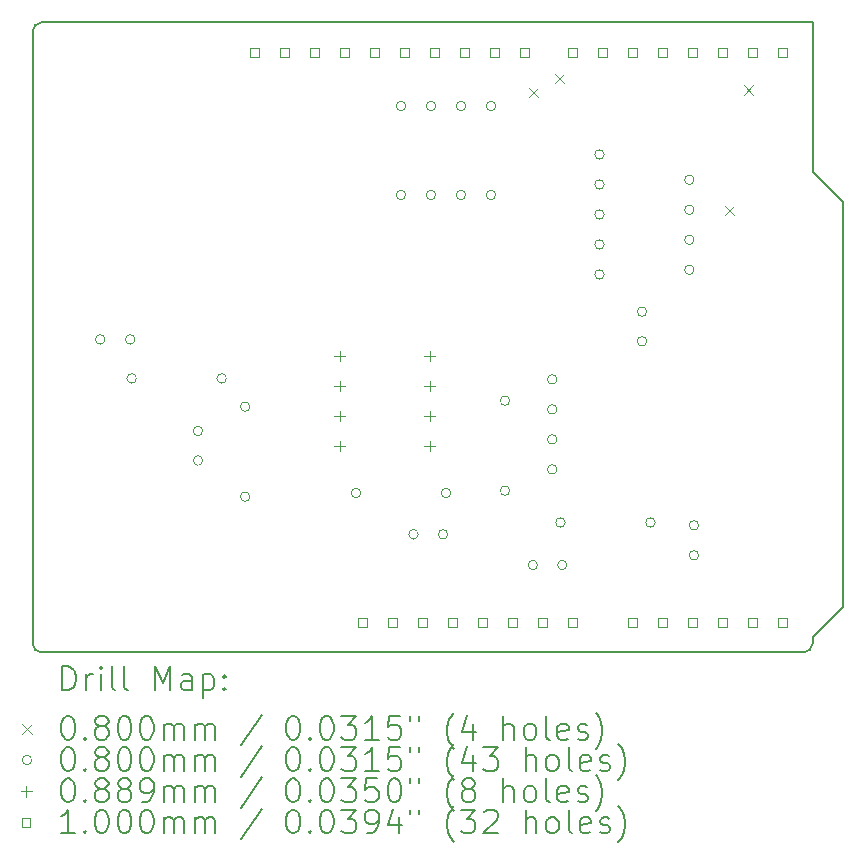
<source format=gbr>
%TF.GenerationSoftware,KiCad,Pcbnew,8.0.8*%
%TF.CreationDate,2025-03-19T14:16:44+01:00*%
%TF.ProjectId,Capteur_Graphite,43617074-6575-4725-9f47-726170686974,rev?*%
%TF.SameCoordinates,Original*%
%TF.FileFunction,Drillmap*%
%TF.FilePolarity,Positive*%
%FSLAX45Y45*%
G04 Gerber Fmt 4.5, Leading zero omitted, Abs format (unit mm)*
G04 Created by KiCad (PCBNEW 8.0.8) date 2025-03-19 14:16:44*
%MOMM*%
%LPD*%
G01*
G04 APERTURE LIST*
%ADD10C,0.150000*%
%ADD11C,0.200000*%
%ADD12C,0.100000*%
G04 APERTURE END LIST*
D10*
X16604000Y-5936000D02*
X16858000Y-6190000D01*
X10000000Y-9923800D02*
X10000000Y-4742200D01*
X16858000Y-6190000D02*
X16858000Y-9619000D01*
X16527800Y-10000000D02*
X10076200Y-10000000D01*
X10076200Y-4666000D02*
X16604000Y-4660000D01*
X10076200Y-10000000D02*
G75*
G02*
X10000000Y-9923800I0J76200D01*
G01*
X16858000Y-9619000D02*
X16604000Y-9873000D01*
X16604000Y-9923800D02*
G75*
G02*
X16527800Y-10000000I-76200J0D01*
G01*
X16604000Y-4660000D02*
X16604000Y-5936000D01*
X16604000Y-9873000D02*
X16604000Y-9923800D01*
X10000000Y-4742200D02*
G75*
G02*
X10076200Y-4666000I76200J0D01*
G01*
D11*
D12*
X14200000Y-5220000D02*
X14280000Y-5300000D01*
X14280000Y-5220000D02*
X14200000Y-5300000D01*
X14420000Y-5100000D02*
X14500000Y-5180000D01*
X14500000Y-5100000D02*
X14420000Y-5180000D01*
X15860000Y-6220000D02*
X15940000Y-6300000D01*
X15940000Y-6220000D02*
X15860000Y-6300000D01*
X16020000Y-5200000D02*
X16100000Y-5280000D01*
X16100000Y-5200000D02*
X16020000Y-5280000D01*
X10613000Y-7350000D02*
G75*
G02*
X10533000Y-7350000I-40000J0D01*
G01*
X10533000Y-7350000D02*
G75*
G02*
X10613000Y-7350000I40000J0D01*
G01*
X10867000Y-7350000D02*
G75*
G02*
X10787000Y-7350000I-40000J0D01*
G01*
X10787000Y-7350000D02*
G75*
G02*
X10867000Y-7350000I40000J0D01*
G01*
X10879000Y-7680000D02*
G75*
G02*
X10799000Y-7680000I-40000J0D01*
G01*
X10799000Y-7680000D02*
G75*
G02*
X10879000Y-7680000I40000J0D01*
G01*
X11440000Y-8125000D02*
G75*
G02*
X11360000Y-8125000I-40000J0D01*
G01*
X11360000Y-8125000D02*
G75*
G02*
X11440000Y-8125000I40000J0D01*
G01*
X11440000Y-8375000D02*
G75*
G02*
X11360000Y-8375000I-40000J0D01*
G01*
X11360000Y-8375000D02*
G75*
G02*
X11440000Y-8375000I40000J0D01*
G01*
X11641000Y-7680000D02*
G75*
G02*
X11561000Y-7680000I-40000J0D01*
G01*
X11561000Y-7680000D02*
G75*
G02*
X11641000Y-7680000I40000J0D01*
G01*
X11840000Y-7919000D02*
G75*
G02*
X11760000Y-7919000I-40000J0D01*
G01*
X11760000Y-7919000D02*
G75*
G02*
X11840000Y-7919000I40000J0D01*
G01*
X11840000Y-8681000D02*
G75*
G02*
X11760000Y-8681000I-40000J0D01*
G01*
X11760000Y-8681000D02*
G75*
G02*
X11840000Y-8681000I40000J0D01*
G01*
X12778000Y-8650000D02*
G75*
G02*
X12698000Y-8650000I-40000J0D01*
G01*
X12698000Y-8650000D02*
G75*
G02*
X12778000Y-8650000I40000J0D01*
G01*
X13159000Y-5374000D02*
G75*
G02*
X13079000Y-5374000I-40000J0D01*
G01*
X13079000Y-5374000D02*
G75*
G02*
X13159000Y-5374000I40000J0D01*
G01*
X13159000Y-6126000D02*
G75*
G02*
X13079000Y-6126000I-40000J0D01*
G01*
X13079000Y-6126000D02*
G75*
G02*
X13159000Y-6126000I40000J0D01*
G01*
X13265000Y-9000000D02*
G75*
G02*
X13185000Y-9000000I-40000J0D01*
G01*
X13185000Y-9000000D02*
G75*
G02*
X13265000Y-9000000I40000J0D01*
G01*
X13413000Y-5374000D02*
G75*
G02*
X13333000Y-5374000I-40000J0D01*
G01*
X13333000Y-5374000D02*
G75*
G02*
X13413000Y-5374000I40000J0D01*
G01*
X13413000Y-6126000D02*
G75*
G02*
X13333000Y-6126000I-40000J0D01*
G01*
X13333000Y-6126000D02*
G75*
G02*
X13413000Y-6126000I40000J0D01*
G01*
X13515000Y-9000000D02*
G75*
G02*
X13435000Y-9000000I-40000J0D01*
G01*
X13435000Y-9000000D02*
G75*
G02*
X13515000Y-9000000I40000J0D01*
G01*
X13540000Y-8650000D02*
G75*
G02*
X13460000Y-8650000I-40000J0D01*
G01*
X13460000Y-8650000D02*
G75*
G02*
X13540000Y-8650000I40000J0D01*
G01*
X13667000Y-5374000D02*
G75*
G02*
X13587000Y-5374000I-40000J0D01*
G01*
X13587000Y-5374000D02*
G75*
G02*
X13667000Y-5374000I40000J0D01*
G01*
X13667000Y-6126000D02*
G75*
G02*
X13587000Y-6126000I-40000J0D01*
G01*
X13587000Y-6126000D02*
G75*
G02*
X13667000Y-6126000I40000J0D01*
G01*
X13921000Y-5374000D02*
G75*
G02*
X13841000Y-5374000I-40000J0D01*
G01*
X13841000Y-5374000D02*
G75*
G02*
X13921000Y-5374000I40000J0D01*
G01*
X13921000Y-6126000D02*
G75*
G02*
X13841000Y-6126000I-40000J0D01*
G01*
X13841000Y-6126000D02*
G75*
G02*
X13921000Y-6126000I40000J0D01*
G01*
X14040000Y-7869000D02*
G75*
G02*
X13960000Y-7869000I-40000J0D01*
G01*
X13960000Y-7869000D02*
G75*
G02*
X14040000Y-7869000I40000J0D01*
G01*
X14040000Y-8631000D02*
G75*
G02*
X13960000Y-8631000I-40000J0D01*
G01*
X13960000Y-8631000D02*
G75*
G02*
X14040000Y-8631000I40000J0D01*
G01*
X14275000Y-9260000D02*
G75*
G02*
X14195000Y-9260000I-40000J0D01*
G01*
X14195000Y-9260000D02*
G75*
G02*
X14275000Y-9260000I40000J0D01*
G01*
X14440000Y-7688000D02*
G75*
G02*
X14360000Y-7688000I-40000J0D01*
G01*
X14360000Y-7688000D02*
G75*
G02*
X14440000Y-7688000I40000J0D01*
G01*
X14440000Y-7942000D02*
G75*
G02*
X14360000Y-7942000I-40000J0D01*
G01*
X14360000Y-7942000D02*
G75*
G02*
X14440000Y-7942000I40000J0D01*
G01*
X14440000Y-8196000D02*
G75*
G02*
X14360000Y-8196000I-40000J0D01*
G01*
X14360000Y-8196000D02*
G75*
G02*
X14440000Y-8196000I40000J0D01*
G01*
X14440000Y-8450000D02*
G75*
G02*
X14360000Y-8450000I-40000J0D01*
G01*
X14360000Y-8450000D02*
G75*
G02*
X14440000Y-8450000I40000J0D01*
G01*
X14509000Y-8900000D02*
G75*
G02*
X14429000Y-8900000I-40000J0D01*
G01*
X14429000Y-8900000D02*
G75*
G02*
X14509000Y-8900000I40000J0D01*
G01*
X14525000Y-9260000D02*
G75*
G02*
X14445000Y-9260000I-40000J0D01*
G01*
X14445000Y-9260000D02*
G75*
G02*
X14525000Y-9260000I40000J0D01*
G01*
X14840000Y-5784000D02*
G75*
G02*
X14760000Y-5784000I-40000J0D01*
G01*
X14760000Y-5784000D02*
G75*
G02*
X14840000Y-5784000I40000J0D01*
G01*
X14840000Y-6038000D02*
G75*
G02*
X14760000Y-6038000I-40000J0D01*
G01*
X14760000Y-6038000D02*
G75*
G02*
X14840000Y-6038000I40000J0D01*
G01*
X14840000Y-6292000D02*
G75*
G02*
X14760000Y-6292000I-40000J0D01*
G01*
X14760000Y-6292000D02*
G75*
G02*
X14840000Y-6292000I40000J0D01*
G01*
X14840000Y-6546000D02*
G75*
G02*
X14760000Y-6546000I-40000J0D01*
G01*
X14760000Y-6546000D02*
G75*
G02*
X14840000Y-6546000I40000J0D01*
G01*
X14840000Y-6800000D02*
G75*
G02*
X14760000Y-6800000I-40000J0D01*
G01*
X14760000Y-6800000D02*
G75*
G02*
X14840000Y-6800000I40000J0D01*
G01*
X15200000Y-7115000D02*
G75*
G02*
X15120000Y-7115000I-40000J0D01*
G01*
X15120000Y-7115000D02*
G75*
G02*
X15200000Y-7115000I40000J0D01*
G01*
X15200000Y-7365000D02*
G75*
G02*
X15120000Y-7365000I-40000J0D01*
G01*
X15120000Y-7365000D02*
G75*
G02*
X15200000Y-7365000I40000J0D01*
G01*
X15271000Y-8900000D02*
G75*
G02*
X15191000Y-8900000I-40000J0D01*
G01*
X15191000Y-8900000D02*
G75*
G02*
X15271000Y-8900000I40000J0D01*
G01*
X15600000Y-5998000D02*
G75*
G02*
X15520000Y-5998000I-40000J0D01*
G01*
X15520000Y-5998000D02*
G75*
G02*
X15600000Y-5998000I40000J0D01*
G01*
X15600000Y-6252000D02*
G75*
G02*
X15520000Y-6252000I-40000J0D01*
G01*
X15520000Y-6252000D02*
G75*
G02*
X15600000Y-6252000I40000J0D01*
G01*
X15600000Y-6506000D02*
G75*
G02*
X15520000Y-6506000I-40000J0D01*
G01*
X15520000Y-6506000D02*
G75*
G02*
X15600000Y-6506000I40000J0D01*
G01*
X15600000Y-6760000D02*
G75*
G02*
X15520000Y-6760000I-40000J0D01*
G01*
X15520000Y-6760000D02*
G75*
G02*
X15600000Y-6760000I40000J0D01*
G01*
X15640000Y-8923000D02*
G75*
G02*
X15560000Y-8923000I-40000J0D01*
G01*
X15560000Y-8923000D02*
G75*
G02*
X15640000Y-8923000I40000J0D01*
G01*
X15640000Y-9177000D02*
G75*
G02*
X15560000Y-9177000I-40000J0D01*
G01*
X15560000Y-9177000D02*
G75*
G02*
X15640000Y-9177000I40000J0D01*
G01*
X12600000Y-7447550D02*
X12600000Y-7536450D01*
X12555550Y-7492000D02*
X12644450Y-7492000D01*
X12600000Y-7701550D02*
X12600000Y-7790450D01*
X12555550Y-7746000D02*
X12644450Y-7746000D01*
X12600000Y-7955550D02*
X12600000Y-8044450D01*
X12555550Y-8000000D02*
X12644450Y-8000000D01*
X12600000Y-8209550D02*
X12600000Y-8298450D01*
X12555550Y-8254000D02*
X12644450Y-8254000D01*
X13362000Y-7447550D02*
X13362000Y-7536450D01*
X13317550Y-7492000D02*
X13406450Y-7492000D01*
X13362000Y-7701550D02*
X13362000Y-7790450D01*
X13317550Y-7746000D02*
X13406450Y-7746000D01*
X13362000Y-7955550D02*
X13362000Y-8044450D01*
X13317550Y-8000000D02*
X13406450Y-8000000D01*
X13362000Y-8209550D02*
X13362000Y-8298450D01*
X13317550Y-8254000D02*
X13406450Y-8254000D01*
X11914956Y-4955356D02*
X11914956Y-4884644D01*
X11844244Y-4884644D01*
X11844244Y-4955356D01*
X11914956Y-4955356D01*
X12168956Y-4955356D02*
X12168956Y-4884644D01*
X12098244Y-4884644D01*
X12098244Y-4955356D01*
X12168956Y-4955356D01*
X12422956Y-4955356D02*
X12422956Y-4884644D01*
X12352244Y-4884644D01*
X12352244Y-4955356D01*
X12422956Y-4955356D01*
X12676956Y-4955356D02*
X12676956Y-4884644D01*
X12606244Y-4884644D01*
X12606244Y-4955356D01*
X12676956Y-4955356D01*
X12829356Y-9781356D02*
X12829356Y-9710644D01*
X12758644Y-9710644D01*
X12758644Y-9781356D01*
X12829356Y-9781356D01*
X12930956Y-4955356D02*
X12930956Y-4884644D01*
X12860244Y-4884644D01*
X12860244Y-4955356D01*
X12930956Y-4955356D01*
X13083356Y-9781356D02*
X13083356Y-9710644D01*
X13012644Y-9710644D01*
X13012644Y-9781356D01*
X13083356Y-9781356D01*
X13184956Y-4955356D02*
X13184956Y-4884644D01*
X13114244Y-4884644D01*
X13114244Y-4955356D01*
X13184956Y-4955356D01*
X13337356Y-9781356D02*
X13337356Y-9710644D01*
X13266644Y-9710644D01*
X13266644Y-9781356D01*
X13337356Y-9781356D01*
X13438956Y-4955356D02*
X13438956Y-4884644D01*
X13368244Y-4884644D01*
X13368244Y-4955356D01*
X13438956Y-4955356D01*
X13591356Y-9781356D02*
X13591356Y-9710644D01*
X13520644Y-9710644D01*
X13520644Y-9781356D01*
X13591356Y-9781356D01*
X13692956Y-4955356D02*
X13692956Y-4884644D01*
X13622244Y-4884644D01*
X13622244Y-4955356D01*
X13692956Y-4955356D01*
X13845356Y-9781356D02*
X13845356Y-9710644D01*
X13774644Y-9710644D01*
X13774644Y-9781356D01*
X13845356Y-9781356D01*
X13946956Y-4955356D02*
X13946956Y-4884644D01*
X13876244Y-4884644D01*
X13876244Y-4955356D01*
X13946956Y-4955356D01*
X14099356Y-9781356D02*
X14099356Y-9710644D01*
X14028644Y-9710644D01*
X14028644Y-9781356D01*
X14099356Y-9781356D01*
X14200956Y-4955356D02*
X14200956Y-4884644D01*
X14130244Y-4884644D01*
X14130244Y-4955356D01*
X14200956Y-4955356D01*
X14353356Y-9781356D02*
X14353356Y-9710644D01*
X14282644Y-9710644D01*
X14282644Y-9781356D01*
X14353356Y-9781356D01*
X14607356Y-4955356D02*
X14607356Y-4884644D01*
X14536644Y-4884644D01*
X14536644Y-4955356D01*
X14607356Y-4955356D01*
X14607356Y-9781356D02*
X14607356Y-9710644D01*
X14536644Y-9710644D01*
X14536644Y-9781356D01*
X14607356Y-9781356D01*
X14861356Y-4955356D02*
X14861356Y-4884644D01*
X14790644Y-4884644D01*
X14790644Y-4955356D01*
X14861356Y-4955356D01*
X15115356Y-4955356D02*
X15115356Y-4884644D01*
X15044644Y-4884644D01*
X15044644Y-4955356D01*
X15115356Y-4955356D01*
X15115356Y-9781356D02*
X15115356Y-9710644D01*
X15044644Y-9710644D01*
X15044644Y-9781356D01*
X15115356Y-9781356D01*
X15369356Y-4955356D02*
X15369356Y-4884644D01*
X15298644Y-4884644D01*
X15298644Y-4955356D01*
X15369356Y-4955356D01*
X15369356Y-9781356D02*
X15369356Y-9710644D01*
X15298644Y-9710644D01*
X15298644Y-9781356D01*
X15369356Y-9781356D01*
X15623356Y-4955356D02*
X15623356Y-4884644D01*
X15552644Y-4884644D01*
X15552644Y-4955356D01*
X15623356Y-4955356D01*
X15623356Y-9781356D02*
X15623356Y-9710644D01*
X15552644Y-9710644D01*
X15552644Y-9781356D01*
X15623356Y-9781356D01*
X15877356Y-4955356D02*
X15877356Y-4884644D01*
X15806644Y-4884644D01*
X15806644Y-4955356D01*
X15877356Y-4955356D01*
X15877356Y-9781356D02*
X15877356Y-9710644D01*
X15806644Y-9710644D01*
X15806644Y-9781356D01*
X15877356Y-9781356D01*
X16131356Y-4955356D02*
X16131356Y-4884644D01*
X16060644Y-4884644D01*
X16060644Y-4955356D01*
X16131356Y-4955356D01*
X16131356Y-9781356D02*
X16131356Y-9710644D01*
X16060644Y-9710644D01*
X16060644Y-9781356D01*
X16131356Y-9781356D01*
X16385356Y-4955356D02*
X16385356Y-4884644D01*
X16314644Y-4884644D01*
X16314644Y-4955356D01*
X16385356Y-4955356D01*
X16385356Y-9781356D02*
X16385356Y-9710644D01*
X16314644Y-9710644D01*
X16314644Y-9781356D01*
X16385356Y-9781356D01*
D11*
X10253277Y-10318984D02*
X10253277Y-10118984D01*
X10253277Y-10118984D02*
X10300896Y-10118984D01*
X10300896Y-10118984D02*
X10329467Y-10128508D01*
X10329467Y-10128508D02*
X10348515Y-10147555D01*
X10348515Y-10147555D02*
X10358039Y-10166603D01*
X10358039Y-10166603D02*
X10367563Y-10204698D01*
X10367563Y-10204698D02*
X10367563Y-10233270D01*
X10367563Y-10233270D02*
X10358039Y-10271365D01*
X10358039Y-10271365D02*
X10348515Y-10290412D01*
X10348515Y-10290412D02*
X10329467Y-10309460D01*
X10329467Y-10309460D02*
X10300896Y-10318984D01*
X10300896Y-10318984D02*
X10253277Y-10318984D01*
X10453277Y-10318984D02*
X10453277Y-10185650D01*
X10453277Y-10223746D02*
X10462801Y-10204698D01*
X10462801Y-10204698D02*
X10472324Y-10195174D01*
X10472324Y-10195174D02*
X10491372Y-10185650D01*
X10491372Y-10185650D02*
X10510420Y-10185650D01*
X10577086Y-10318984D02*
X10577086Y-10185650D01*
X10577086Y-10118984D02*
X10567563Y-10128508D01*
X10567563Y-10128508D02*
X10577086Y-10138031D01*
X10577086Y-10138031D02*
X10586610Y-10128508D01*
X10586610Y-10128508D02*
X10577086Y-10118984D01*
X10577086Y-10118984D02*
X10577086Y-10138031D01*
X10700896Y-10318984D02*
X10681848Y-10309460D01*
X10681848Y-10309460D02*
X10672324Y-10290412D01*
X10672324Y-10290412D02*
X10672324Y-10118984D01*
X10805658Y-10318984D02*
X10786610Y-10309460D01*
X10786610Y-10309460D02*
X10777086Y-10290412D01*
X10777086Y-10290412D02*
X10777086Y-10118984D01*
X11034229Y-10318984D02*
X11034229Y-10118984D01*
X11034229Y-10118984D02*
X11100896Y-10261841D01*
X11100896Y-10261841D02*
X11167563Y-10118984D01*
X11167563Y-10118984D02*
X11167563Y-10318984D01*
X11348515Y-10318984D02*
X11348515Y-10214222D01*
X11348515Y-10214222D02*
X11338991Y-10195174D01*
X11338991Y-10195174D02*
X11319943Y-10185650D01*
X11319943Y-10185650D02*
X11281848Y-10185650D01*
X11281848Y-10185650D02*
X11262801Y-10195174D01*
X11348515Y-10309460D02*
X11329467Y-10318984D01*
X11329467Y-10318984D02*
X11281848Y-10318984D01*
X11281848Y-10318984D02*
X11262801Y-10309460D01*
X11262801Y-10309460D02*
X11253277Y-10290412D01*
X11253277Y-10290412D02*
X11253277Y-10271365D01*
X11253277Y-10271365D02*
X11262801Y-10252317D01*
X11262801Y-10252317D02*
X11281848Y-10242793D01*
X11281848Y-10242793D02*
X11329467Y-10242793D01*
X11329467Y-10242793D02*
X11348515Y-10233270D01*
X11443753Y-10185650D02*
X11443753Y-10385650D01*
X11443753Y-10195174D02*
X11462801Y-10185650D01*
X11462801Y-10185650D02*
X11500896Y-10185650D01*
X11500896Y-10185650D02*
X11519943Y-10195174D01*
X11519943Y-10195174D02*
X11529467Y-10204698D01*
X11529467Y-10204698D02*
X11538991Y-10223746D01*
X11538991Y-10223746D02*
X11538991Y-10280889D01*
X11538991Y-10280889D02*
X11529467Y-10299936D01*
X11529467Y-10299936D02*
X11519943Y-10309460D01*
X11519943Y-10309460D02*
X11500896Y-10318984D01*
X11500896Y-10318984D02*
X11462801Y-10318984D01*
X11462801Y-10318984D02*
X11443753Y-10309460D01*
X11624705Y-10299936D02*
X11634229Y-10309460D01*
X11634229Y-10309460D02*
X11624705Y-10318984D01*
X11624705Y-10318984D02*
X11615182Y-10309460D01*
X11615182Y-10309460D02*
X11624705Y-10299936D01*
X11624705Y-10299936D02*
X11624705Y-10318984D01*
X11624705Y-10195174D02*
X11634229Y-10204698D01*
X11634229Y-10204698D02*
X11624705Y-10214222D01*
X11624705Y-10214222D02*
X11615182Y-10204698D01*
X11615182Y-10204698D02*
X11624705Y-10195174D01*
X11624705Y-10195174D02*
X11624705Y-10214222D01*
D12*
X9912500Y-10607500D02*
X9992500Y-10687500D01*
X9992500Y-10607500D02*
X9912500Y-10687500D01*
D11*
X10291372Y-10538984D02*
X10310420Y-10538984D01*
X10310420Y-10538984D02*
X10329467Y-10548508D01*
X10329467Y-10548508D02*
X10338991Y-10558031D01*
X10338991Y-10558031D02*
X10348515Y-10577079D01*
X10348515Y-10577079D02*
X10358039Y-10615174D01*
X10358039Y-10615174D02*
X10358039Y-10662793D01*
X10358039Y-10662793D02*
X10348515Y-10700889D01*
X10348515Y-10700889D02*
X10338991Y-10719936D01*
X10338991Y-10719936D02*
X10329467Y-10729460D01*
X10329467Y-10729460D02*
X10310420Y-10738984D01*
X10310420Y-10738984D02*
X10291372Y-10738984D01*
X10291372Y-10738984D02*
X10272324Y-10729460D01*
X10272324Y-10729460D02*
X10262801Y-10719936D01*
X10262801Y-10719936D02*
X10253277Y-10700889D01*
X10253277Y-10700889D02*
X10243753Y-10662793D01*
X10243753Y-10662793D02*
X10243753Y-10615174D01*
X10243753Y-10615174D02*
X10253277Y-10577079D01*
X10253277Y-10577079D02*
X10262801Y-10558031D01*
X10262801Y-10558031D02*
X10272324Y-10548508D01*
X10272324Y-10548508D02*
X10291372Y-10538984D01*
X10443753Y-10719936D02*
X10453277Y-10729460D01*
X10453277Y-10729460D02*
X10443753Y-10738984D01*
X10443753Y-10738984D02*
X10434229Y-10729460D01*
X10434229Y-10729460D02*
X10443753Y-10719936D01*
X10443753Y-10719936D02*
X10443753Y-10738984D01*
X10567563Y-10624698D02*
X10548515Y-10615174D01*
X10548515Y-10615174D02*
X10538991Y-10605650D01*
X10538991Y-10605650D02*
X10529467Y-10586603D01*
X10529467Y-10586603D02*
X10529467Y-10577079D01*
X10529467Y-10577079D02*
X10538991Y-10558031D01*
X10538991Y-10558031D02*
X10548515Y-10548508D01*
X10548515Y-10548508D02*
X10567563Y-10538984D01*
X10567563Y-10538984D02*
X10605658Y-10538984D01*
X10605658Y-10538984D02*
X10624705Y-10548508D01*
X10624705Y-10548508D02*
X10634229Y-10558031D01*
X10634229Y-10558031D02*
X10643753Y-10577079D01*
X10643753Y-10577079D02*
X10643753Y-10586603D01*
X10643753Y-10586603D02*
X10634229Y-10605650D01*
X10634229Y-10605650D02*
X10624705Y-10615174D01*
X10624705Y-10615174D02*
X10605658Y-10624698D01*
X10605658Y-10624698D02*
X10567563Y-10624698D01*
X10567563Y-10624698D02*
X10548515Y-10634222D01*
X10548515Y-10634222D02*
X10538991Y-10643746D01*
X10538991Y-10643746D02*
X10529467Y-10662793D01*
X10529467Y-10662793D02*
X10529467Y-10700889D01*
X10529467Y-10700889D02*
X10538991Y-10719936D01*
X10538991Y-10719936D02*
X10548515Y-10729460D01*
X10548515Y-10729460D02*
X10567563Y-10738984D01*
X10567563Y-10738984D02*
X10605658Y-10738984D01*
X10605658Y-10738984D02*
X10624705Y-10729460D01*
X10624705Y-10729460D02*
X10634229Y-10719936D01*
X10634229Y-10719936D02*
X10643753Y-10700889D01*
X10643753Y-10700889D02*
X10643753Y-10662793D01*
X10643753Y-10662793D02*
X10634229Y-10643746D01*
X10634229Y-10643746D02*
X10624705Y-10634222D01*
X10624705Y-10634222D02*
X10605658Y-10624698D01*
X10767563Y-10538984D02*
X10786610Y-10538984D01*
X10786610Y-10538984D02*
X10805658Y-10548508D01*
X10805658Y-10548508D02*
X10815182Y-10558031D01*
X10815182Y-10558031D02*
X10824705Y-10577079D01*
X10824705Y-10577079D02*
X10834229Y-10615174D01*
X10834229Y-10615174D02*
X10834229Y-10662793D01*
X10834229Y-10662793D02*
X10824705Y-10700889D01*
X10824705Y-10700889D02*
X10815182Y-10719936D01*
X10815182Y-10719936D02*
X10805658Y-10729460D01*
X10805658Y-10729460D02*
X10786610Y-10738984D01*
X10786610Y-10738984D02*
X10767563Y-10738984D01*
X10767563Y-10738984D02*
X10748515Y-10729460D01*
X10748515Y-10729460D02*
X10738991Y-10719936D01*
X10738991Y-10719936D02*
X10729467Y-10700889D01*
X10729467Y-10700889D02*
X10719944Y-10662793D01*
X10719944Y-10662793D02*
X10719944Y-10615174D01*
X10719944Y-10615174D02*
X10729467Y-10577079D01*
X10729467Y-10577079D02*
X10738991Y-10558031D01*
X10738991Y-10558031D02*
X10748515Y-10548508D01*
X10748515Y-10548508D02*
X10767563Y-10538984D01*
X10958039Y-10538984D02*
X10977086Y-10538984D01*
X10977086Y-10538984D02*
X10996134Y-10548508D01*
X10996134Y-10548508D02*
X11005658Y-10558031D01*
X11005658Y-10558031D02*
X11015182Y-10577079D01*
X11015182Y-10577079D02*
X11024705Y-10615174D01*
X11024705Y-10615174D02*
X11024705Y-10662793D01*
X11024705Y-10662793D02*
X11015182Y-10700889D01*
X11015182Y-10700889D02*
X11005658Y-10719936D01*
X11005658Y-10719936D02*
X10996134Y-10729460D01*
X10996134Y-10729460D02*
X10977086Y-10738984D01*
X10977086Y-10738984D02*
X10958039Y-10738984D01*
X10958039Y-10738984D02*
X10938991Y-10729460D01*
X10938991Y-10729460D02*
X10929467Y-10719936D01*
X10929467Y-10719936D02*
X10919944Y-10700889D01*
X10919944Y-10700889D02*
X10910420Y-10662793D01*
X10910420Y-10662793D02*
X10910420Y-10615174D01*
X10910420Y-10615174D02*
X10919944Y-10577079D01*
X10919944Y-10577079D02*
X10929467Y-10558031D01*
X10929467Y-10558031D02*
X10938991Y-10548508D01*
X10938991Y-10548508D02*
X10958039Y-10538984D01*
X11110420Y-10738984D02*
X11110420Y-10605650D01*
X11110420Y-10624698D02*
X11119944Y-10615174D01*
X11119944Y-10615174D02*
X11138991Y-10605650D01*
X11138991Y-10605650D02*
X11167563Y-10605650D01*
X11167563Y-10605650D02*
X11186610Y-10615174D01*
X11186610Y-10615174D02*
X11196134Y-10634222D01*
X11196134Y-10634222D02*
X11196134Y-10738984D01*
X11196134Y-10634222D02*
X11205658Y-10615174D01*
X11205658Y-10615174D02*
X11224705Y-10605650D01*
X11224705Y-10605650D02*
X11253277Y-10605650D01*
X11253277Y-10605650D02*
X11272324Y-10615174D01*
X11272324Y-10615174D02*
X11281848Y-10634222D01*
X11281848Y-10634222D02*
X11281848Y-10738984D01*
X11377086Y-10738984D02*
X11377086Y-10605650D01*
X11377086Y-10624698D02*
X11386610Y-10615174D01*
X11386610Y-10615174D02*
X11405658Y-10605650D01*
X11405658Y-10605650D02*
X11434229Y-10605650D01*
X11434229Y-10605650D02*
X11453277Y-10615174D01*
X11453277Y-10615174D02*
X11462801Y-10634222D01*
X11462801Y-10634222D02*
X11462801Y-10738984D01*
X11462801Y-10634222D02*
X11472324Y-10615174D01*
X11472324Y-10615174D02*
X11491372Y-10605650D01*
X11491372Y-10605650D02*
X11519943Y-10605650D01*
X11519943Y-10605650D02*
X11538991Y-10615174D01*
X11538991Y-10615174D02*
X11548515Y-10634222D01*
X11548515Y-10634222D02*
X11548515Y-10738984D01*
X11938991Y-10529460D02*
X11767563Y-10786603D01*
X12196134Y-10538984D02*
X12215182Y-10538984D01*
X12215182Y-10538984D02*
X12234229Y-10548508D01*
X12234229Y-10548508D02*
X12243753Y-10558031D01*
X12243753Y-10558031D02*
X12253277Y-10577079D01*
X12253277Y-10577079D02*
X12262801Y-10615174D01*
X12262801Y-10615174D02*
X12262801Y-10662793D01*
X12262801Y-10662793D02*
X12253277Y-10700889D01*
X12253277Y-10700889D02*
X12243753Y-10719936D01*
X12243753Y-10719936D02*
X12234229Y-10729460D01*
X12234229Y-10729460D02*
X12215182Y-10738984D01*
X12215182Y-10738984D02*
X12196134Y-10738984D01*
X12196134Y-10738984D02*
X12177086Y-10729460D01*
X12177086Y-10729460D02*
X12167563Y-10719936D01*
X12167563Y-10719936D02*
X12158039Y-10700889D01*
X12158039Y-10700889D02*
X12148515Y-10662793D01*
X12148515Y-10662793D02*
X12148515Y-10615174D01*
X12148515Y-10615174D02*
X12158039Y-10577079D01*
X12158039Y-10577079D02*
X12167563Y-10558031D01*
X12167563Y-10558031D02*
X12177086Y-10548508D01*
X12177086Y-10548508D02*
X12196134Y-10538984D01*
X12348515Y-10719936D02*
X12358039Y-10729460D01*
X12358039Y-10729460D02*
X12348515Y-10738984D01*
X12348515Y-10738984D02*
X12338991Y-10729460D01*
X12338991Y-10729460D02*
X12348515Y-10719936D01*
X12348515Y-10719936D02*
X12348515Y-10738984D01*
X12481848Y-10538984D02*
X12500896Y-10538984D01*
X12500896Y-10538984D02*
X12519944Y-10548508D01*
X12519944Y-10548508D02*
X12529467Y-10558031D01*
X12529467Y-10558031D02*
X12538991Y-10577079D01*
X12538991Y-10577079D02*
X12548515Y-10615174D01*
X12548515Y-10615174D02*
X12548515Y-10662793D01*
X12548515Y-10662793D02*
X12538991Y-10700889D01*
X12538991Y-10700889D02*
X12529467Y-10719936D01*
X12529467Y-10719936D02*
X12519944Y-10729460D01*
X12519944Y-10729460D02*
X12500896Y-10738984D01*
X12500896Y-10738984D02*
X12481848Y-10738984D01*
X12481848Y-10738984D02*
X12462801Y-10729460D01*
X12462801Y-10729460D02*
X12453277Y-10719936D01*
X12453277Y-10719936D02*
X12443753Y-10700889D01*
X12443753Y-10700889D02*
X12434229Y-10662793D01*
X12434229Y-10662793D02*
X12434229Y-10615174D01*
X12434229Y-10615174D02*
X12443753Y-10577079D01*
X12443753Y-10577079D02*
X12453277Y-10558031D01*
X12453277Y-10558031D02*
X12462801Y-10548508D01*
X12462801Y-10548508D02*
X12481848Y-10538984D01*
X12615182Y-10538984D02*
X12738991Y-10538984D01*
X12738991Y-10538984D02*
X12672325Y-10615174D01*
X12672325Y-10615174D02*
X12700896Y-10615174D01*
X12700896Y-10615174D02*
X12719944Y-10624698D01*
X12719944Y-10624698D02*
X12729467Y-10634222D01*
X12729467Y-10634222D02*
X12738991Y-10653270D01*
X12738991Y-10653270D02*
X12738991Y-10700889D01*
X12738991Y-10700889D02*
X12729467Y-10719936D01*
X12729467Y-10719936D02*
X12719944Y-10729460D01*
X12719944Y-10729460D02*
X12700896Y-10738984D01*
X12700896Y-10738984D02*
X12643753Y-10738984D01*
X12643753Y-10738984D02*
X12624706Y-10729460D01*
X12624706Y-10729460D02*
X12615182Y-10719936D01*
X12929467Y-10738984D02*
X12815182Y-10738984D01*
X12872325Y-10738984D02*
X12872325Y-10538984D01*
X12872325Y-10538984D02*
X12853277Y-10567555D01*
X12853277Y-10567555D02*
X12834229Y-10586603D01*
X12834229Y-10586603D02*
X12815182Y-10596127D01*
X13110420Y-10538984D02*
X13015182Y-10538984D01*
X13015182Y-10538984D02*
X13005658Y-10634222D01*
X13005658Y-10634222D02*
X13015182Y-10624698D01*
X13015182Y-10624698D02*
X13034229Y-10615174D01*
X13034229Y-10615174D02*
X13081848Y-10615174D01*
X13081848Y-10615174D02*
X13100896Y-10624698D01*
X13100896Y-10624698D02*
X13110420Y-10634222D01*
X13110420Y-10634222D02*
X13119944Y-10653270D01*
X13119944Y-10653270D02*
X13119944Y-10700889D01*
X13119944Y-10700889D02*
X13110420Y-10719936D01*
X13110420Y-10719936D02*
X13100896Y-10729460D01*
X13100896Y-10729460D02*
X13081848Y-10738984D01*
X13081848Y-10738984D02*
X13034229Y-10738984D01*
X13034229Y-10738984D02*
X13015182Y-10729460D01*
X13015182Y-10729460D02*
X13005658Y-10719936D01*
X13196134Y-10538984D02*
X13196134Y-10577079D01*
X13272325Y-10538984D02*
X13272325Y-10577079D01*
X13567563Y-10815174D02*
X13558039Y-10805650D01*
X13558039Y-10805650D02*
X13538991Y-10777079D01*
X13538991Y-10777079D02*
X13529468Y-10758031D01*
X13529468Y-10758031D02*
X13519944Y-10729460D01*
X13519944Y-10729460D02*
X13510420Y-10681841D01*
X13510420Y-10681841D02*
X13510420Y-10643746D01*
X13510420Y-10643746D02*
X13519944Y-10596127D01*
X13519944Y-10596127D02*
X13529468Y-10567555D01*
X13529468Y-10567555D02*
X13538991Y-10548508D01*
X13538991Y-10548508D02*
X13558039Y-10519936D01*
X13558039Y-10519936D02*
X13567563Y-10510412D01*
X13729468Y-10605650D02*
X13729468Y-10738984D01*
X13681848Y-10529460D02*
X13634229Y-10672317D01*
X13634229Y-10672317D02*
X13758039Y-10672317D01*
X13986610Y-10738984D02*
X13986610Y-10538984D01*
X14072325Y-10738984D02*
X14072325Y-10634222D01*
X14072325Y-10634222D02*
X14062801Y-10615174D01*
X14062801Y-10615174D02*
X14043753Y-10605650D01*
X14043753Y-10605650D02*
X14015182Y-10605650D01*
X14015182Y-10605650D02*
X13996134Y-10615174D01*
X13996134Y-10615174D02*
X13986610Y-10624698D01*
X14196134Y-10738984D02*
X14177087Y-10729460D01*
X14177087Y-10729460D02*
X14167563Y-10719936D01*
X14167563Y-10719936D02*
X14158039Y-10700889D01*
X14158039Y-10700889D02*
X14158039Y-10643746D01*
X14158039Y-10643746D02*
X14167563Y-10624698D01*
X14167563Y-10624698D02*
X14177087Y-10615174D01*
X14177087Y-10615174D02*
X14196134Y-10605650D01*
X14196134Y-10605650D02*
X14224706Y-10605650D01*
X14224706Y-10605650D02*
X14243753Y-10615174D01*
X14243753Y-10615174D02*
X14253277Y-10624698D01*
X14253277Y-10624698D02*
X14262801Y-10643746D01*
X14262801Y-10643746D02*
X14262801Y-10700889D01*
X14262801Y-10700889D02*
X14253277Y-10719936D01*
X14253277Y-10719936D02*
X14243753Y-10729460D01*
X14243753Y-10729460D02*
X14224706Y-10738984D01*
X14224706Y-10738984D02*
X14196134Y-10738984D01*
X14377087Y-10738984D02*
X14358039Y-10729460D01*
X14358039Y-10729460D02*
X14348515Y-10710412D01*
X14348515Y-10710412D02*
X14348515Y-10538984D01*
X14529468Y-10729460D02*
X14510420Y-10738984D01*
X14510420Y-10738984D02*
X14472325Y-10738984D01*
X14472325Y-10738984D02*
X14453277Y-10729460D01*
X14453277Y-10729460D02*
X14443753Y-10710412D01*
X14443753Y-10710412D02*
X14443753Y-10634222D01*
X14443753Y-10634222D02*
X14453277Y-10615174D01*
X14453277Y-10615174D02*
X14472325Y-10605650D01*
X14472325Y-10605650D02*
X14510420Y-10605650D01*
X14510420Y-10605650D02*
X14529468Y-10615174D01*
X14529468Y-10615174D02*
X14538991Y-10634222D01*
X14538991Y-10634222D02*
X14538991Y-10653270D01*
X14538991Y-10653270D02*
X14443753Y-10672317D01*
X14615182Y-10729460D02*
X14634230Y-10738984D01*
X14634230Y-10738984D02*
X14672325Y-10738984D01*
X14672325Y-10738984D02*
X14691372Y-10729460D01*
X14691372Y-10729460D02*
X14700896Y-10710412D01*
X14700896Y-10710412D02*
X14700896Y-10700889D01*
X14700896Y-10700889D02*
X14691372Y-10681841D01*
X14691372Y-10681841D02*
X14672325Y-10672317D01*
X14672325Y-10672317D02*
X14643753Y-10672317D01*
X14643753Y-10672317D02*
X14624706Y-10662793D01*
X14624706Y-10662793D02*
X14615182Y-10643746D01*
X14615182Y-10643746D02*
X14615182Y-10634222D01*
X14615182Y-10634222D02*
X14624706Y-10615174D01*
X14624706Y-10615174D02*
X14643753Y-10605650D01*
X14643753Y-10605650D02*
X14672325Y-10605650D01*
X14672325Y-10605650D02*
X14691372Y-10615174D01*
X14767563Y-10815174D02*
X14777087Y-10805650D01*
X14777087Y-10805650D02*
X14796134Y-10777079D01*
X14796134Y-10777079D02*
X14805658Y-10758031D01*
X14805658Y-10758031D02*
X14815182Y-10729460D01*
X14815182Y-10729460D02*
X14824706Y-10681841D01*
X14824706Y-10681841D02*
X14824706Y-10643746D01*
X14824706Y-10643746D02*
X14815182Y-10596127D01*
X14815182Y-10596127D02*
X14805658Y-10567555D01*
X14805658Y-10567555D02*
X14796134Y-10548508D01*
X14796134Y-10548508D02*
X14777087Y-10519936D01*
X14777087Y-10519936D02*
X14767563Y-10510412D01*
D12*
X9992500Y-10911500D02*
G75*
G02*
X9912500Y-10911500I-40000J0D01*
G01*
X9912500Y-10911500D02*
G75*
G02*
X9992500Y-10911500I40000J0D01*
G01*
D11*
X10291372Y-10802984D02*
X10310420Y-10802984D01*
X10310420Y-10802984D02*
X10329467Y-10812508D01*
X10329467Y-10812508D02*
X10338991Y-10822031D01*
X10338991Y-10822031D02*
X10348515Y-10841079D01*
X10348515Y-10841079D02*
X10358039Y-10879174D01*
X10358039Y-10879174D02*
X10358039Y-10926793D01*
X10358039Y-10926793D02*
X10348515Y-10964889D01*
X10348515Y-10964889D02*
X10338991Y-10983936D01*
X10338991Y-10983936D02*
X10329467Y-10993460D01*
X10329467Y-10993460D02*
X10310420Y-11002984D01*
X10310420Y-11002984D02*
X10291372Y-11002984D01*
X10291372Y-11002984D02*
X10272324Y-10993460D01*
X10272324Y-10993460D02*
X10262801Y-10983936D01*
X10262801Y-10983936D02*
X10253277Y-10964889D01*
X10253277Y-10964889D02*
X10243753Y-10926793D01*
X10243753Y-10926793D02*
X10243753Y-10879174D01*
X10243753Y-10879174D02*
X10253277Y-10841079D01*
X10253277Y-10841079D02*
X10262801Y-10822031D01*
X10262801Y-10822031D02*
X10272324Y-10812508D01*
X10272324Y-10812508D02*
X10291372Y-10802984D01*
X10443753Y-10983936D02*
X10453277Y-10993460D01*
X10453277Y-10993460D02*
X10443753Y-11002984D01*
X10443753Y-11002984D02*
X10434229Y-10993460D01*
X10434229Y-10993460D02*
X10443753Y-10983936D01*
X10443753Y-10983936D02*
X10443753Y-11002984D01*
X10567563Y-10888698D02*
X10548515Y-10879174D01*
X10548515Y-10879174D02*
X10538991Y-10869650D01*
X10538991Y-10869650D02*
X10529467Y-10850603D01*
X10529467Y-10850603D02*
X10529467Y-10841079D01*
X10529467Y-10841079D02*
X10538991Y-10822031D01*
X10538991Y-10822031D02*
X10548515Y-10812508D01*
X10548515Y-10812508D02*
X10567563Y-10802984D01*
X10567563Y-10802984D02*
X10605658Y-10802984D01*
X10605658Y-10802984D02*
X10624705Y-10812508D01*
X10624705Y-10812508D02*
X10634229Y-10822031D01*
X10634229Y-10822031D02*
X10643753Y-10841079D01*
X10643753Y-10841079D02*
X10643753Y-10850603D01*
X10643753Y-10850603D02*
X10634229Y-10869650D01*
X10634229Y-10869650D02*
X10624705Y-10879174D01*
X10624705Y-10879174D02*
X10605658Y-10888698D01*
X10605658Y-10888698D02*
X10567563Y-10888698D01*
X10567563Y-10888698D02*
X10548515Y-10898222D01*
X10548515Y-10898222D02*
X10538991Y-10907746D01*
X10538991Y-10907746D02*
X10529467Y-10926793D01*
X10529467Y-10926793D02*
X10529467Y-10964889D01*
X10529467Y-10964889D02*
X10538991Y-10983936D01*
X10538991Y-10983936D02*
X10548515Y-10993460D01*
X10548515Y-10993460D02*
X10567563Y-11002984D01*
X10567563Y-11002984D02*
X10605658Y-11002984D01*
X10605658Y-11002984D02*
X10624705Y-10993460D01*
X10624705Y-10993460D02*
X10634229Y-10983936D01*
X10634229Y-10983936D02*
X10643753Y-10964889D01*
X10643753Y-10964889D02*
X10643753Y-10926793D01*
X10643753Y-10926793D02*
X10634229Y-10907746D01*
X10634229Y-10907746D02*
X10624705Y-10898222D01*
X10624705Y-10898222D02*
X10605658Y-10888698D01*
X10767563Y-10802984D02*
X10786610Y-10802984D01*
X10786610Y-10802984D02*
X10805658Y-10812508D01*
X10805658Y-10812508D02*
X10815182Y-10822031D01*
X10815182Y-10822031D02*
X10824705Y-10841079D01*
X10824705Y-10841079D02*
X10834229Y-10879174D01*
X10834229Y-10879174D02*
X10834229Y-10926793D01*
X10834229Y-10926793D02*
X10824705Y-10964889D01*
X10824705Y-10964889D02*
X10815182Y-10983936D01*
X10815182Y-10983936D02*
X10805658Y-10993460D01*
X10805658Y-10993460D02*
X10786610Y-11002984D01*
X10786610Y-11002984D02*
X10767563Y-11002984D01*
X10767563Y-11002984D02*
X10748515Y-10993460D01*
X10748515Y-10993460D02*
X10738991Y-10983936D01*
X10738991Y-10983936D02*
X10729467Y-10964889D01*
X10729467Y-10964889D02*
X10719944Y-10926793D01*
X10719944Y-10926793D02*
X10719944Y-10879174D01*
X10719944Y-10879174D02*
X10729467Y-10841079D01*
X10729467Y-10841079D02*
X10738991Y-10822031D01*
X10738991Y-10822031D02*
X10748515Y-10812508D01*
X10748515Y-10812508D02*
X10767563Y-10802984D01*
X10958039Y-10802984D02*
X10977086Y-10802984D01*
X10977086Y-10802984D02*
X10996134Y-10812508D01*
X10996134Y-10812508D02*
X11005658Y-10822031D01*
X11005658Y-10822031D02*
X11015182Y-10841079D01*
X11015182Y-10841079D02*
X11024705Y-10879174D01*
X11024705Y-10879174D02*
X11024705Y-10926793D01*
X11024705Y-10926793D02*
X11015182Y-10964889D01*
X11015182Y-10964889D02*
X11005658Y-10983936D01*
X11005658Y-10983936D02*
X10996134Y-10993460D01*
X10996134Y-10993460D02*
X10977086Y-11002984D01*
X10977086Y-11002984D02*
X10958039Y-11002984D01*
X10958039Y-11002984D02*
X10938991Y-10993460D01*
X10938991Y-10993460D02*
X10929467Y-10983936D01*
X10929467Y-10983936D02*
X10919944Y-10964889D01*
X10919944Y-10964889D02*
X10910420Y-10926793D01*
X10910420Y-10926793D02*
X10910420Y-10879174D01*
X10910420Y-10879174D02*
X10919944Y-10841079D01*
X10919944Y-10841079D02*
X10929467Y-10822031D01*
X10929467Y-10822031D02*
X10938991Y-10812508D01*
X10938991Y-10812508D02*
X10958039Y-10802984D01*
X11110420Y-11002984D02*
X11110420Y-10869650D01*
X11110420Y-10888698D02*
X11119944Y-10879174D01*
X11119944Y-10879174D02*
X11138991Y-10869650D01*
X11138991Y-10869650D02*
X11167563Y-10869650D01*
X11167563Y-10869650D02*
X11186610Y-10879174D01*
X11186610Y-10879174D02*
X11196134Y-10898222D01*
X11196134Y-10898222D02*
X11196134Y-11002984D01*
X11196134Y-10898222D02*
X11205658Y-10879174D01*
X11205658Y-10879174D02*
X11224705Y-10869650D01*
X11224705Y-10869650D02*
X11253277Y-10869650D01*
X11253277Y-10869650D02*
X11272324Y-10879174D01*
X11272324Y-10879174D02*
X11281848Y-10898222D01*
X11281848Y-10898222D02*
X11281848Y-11002984D01*
X11377086Y-11002984D02*
X11377086Y-10869650D01*
X11377086Y-10888698D02*
X11386610Y-10879174D01*
X11386610Y-10879174D02*
X11405658Y-10869650D01*
X11405658Y-10869650D02*
X11434229Y-10869650D01*
X11434229Y-10869650D02*
X11453277Y-10879174D01*
X11453277Y-10879174D02*
X11462801Y-10898222D01*
X11462801Y-10898222D02*
X11462801Y-11002984D01*
X11462801Y-10898222D02*
X11472324Y-10879174D01*
X11472324Y-10879174D02*
X11491372Y-10869650D01*
X11491372Y-10869650D02*
X11519943Y-10869650D01*
X11519943Y-10869650D02*
X11538991Y-10879174D01*
X11538991Y-10879174D02*
X11548515Y-10898222D01*
X11548515Y-10898222D02*
X11548515Y-11002984D01*
X11938991Y-10793460D02*
X11767563Y-11050603D01*
X12196134Y-10802984D02*
X12215182Y-10802984D01*
X12215182Y-10802984D02*
X12234229Y-10812508D01*
X12234229Y-10812508D02*
X12243753Y-10822031D01*
X12243753Y-10822031D02*
X12253277Y-10841079D01*
X12253277Y-10841079D02*
X12262801Y-10879174D01*
X12262801Y-10879174D02*
X12262801Y-10926793D01*
X12262801Y-10926793D02*
X12253277Y-10964889D01*
X12253277Y-10964889D02*
X12243753Y-10983936D01*
X12243753Y-10983936D02*
X12234229Y-10993460D01*
X12234229Y-10993460D02*
X12215182Y-11002984D01*
X12215182Y-11002984D02*
X12196134Y-11002984D01*
X12196134Y-11002984D02*
X12177086Y-10993460D01*
X12177086Y-10993460D02*
X12167563Y-10983936D01*
X12167563Y-10983936D02*
X12158039Y-10964889D01*
X12158039Y-10964889D02*
X12148515Y-10926793D01*
X12148515Y-10926793D02*
X12148515Y-10879174D01*
X12148515Y-10879174D02*
X12158039Y-10841079D01*
X12158039Y-10841079D02*
X12167563Y-10822031D01*
X12167563Y-10822031D02*
X12177086Y-10812508D01*
X12177086Y-10812508D02*
X12196134Y-10802984D01*
X12348515Y-10983936D02*
X12358039Y-10993460D01*
X12358039Y-10993460D02*
X12348515Y-11002984D01*
X12348515Y-11002984D02*
X12338991Y-10993460D01*
X12338991Y-10993460D02*
X12348515Y-10983936D01*
X12348515Y-10983936D02*
X12348515Y-11002984D01*
X12481848Y-10802984D02*
X12500896Y-10802984D01*
X12500896Y-10802984D02*
X12519944Y-10812508D01*
X12519944Y-10812508D02*
X12529467Y-10822031D01*
X12529467Y-10822031D02*
X12538991Y-10841079D01*
X12538991Y-10841079D02*
X12548515Y-10879174D01*
X12548515Y-10879174D02*
X12548515Y-10926793D01*
X12548515Y-10926793D02*
X12538991Y-10964889D01*
X12538991Y-10964889D02*
X12529467Y-10983936D01*
X12529467Y-10983936D02*
X12519944Y-10993460D01*
X12519944Y-10993460D02*
X12500896Y-11002984D01*
X12500896Y-11002984D02*
X12481848Y-11002984D01*
X12481848Y-11002984D02*
X12462801Y-10993460D01*
X12462801Y-10993460D02*
X12453277Y-10983936D01*
X12453277Y-10983936D02*
X12443753Y-10964889D01*
X12443753Y-10964889D02*
X12434229Y-10926793D01*
X12434229Y-10926793D02*
X12434229Y-10879174D01*
X12434229Y-10879174D02*
X12443753Y-10841079D01*
X12443753Y-10841079D02*
X12453277Y-10822031D01*
X12453277Y-10822031D02*
X12462801Y-10812508D01*
X12462801Y-10812508D02*
X12481848Y-10802984D01*
X12615182Y-10802984D02*
X12738991Y-10802984D01*
X12738991Y-10802984D02*
X12672325Y-10879174D01*
X12672325Y-10879174D02*
X12700896Y-10879174D01*
X12700896Y-10879174D02*
X12719944Y-10888698D01*
X12719944Y-10888698D02*
X12729467Y-10898222D01*
X12729467Y-10898222D02*
X12738991Y-10917270D01*
X12738991Y-10917270D02*
X12738991Y-10964889D01*
X12738991Y-10964889D02*
X12729467Y-10983936D01*
X12729467Y-10983936D02*
X12719944Y-10993460D01*
X12719944Y-10993460D02*
X12700896Y-11002984D01*
X12700896Y-11002984D02*
X12643753Y-11002984D01*
X12643753Y-11002984D02*
X12624706Y-10993460D01*
X12624706Y-10993460D02*
X12615182Y-10983936D01*
X12929467Y-11002984D02*
X12815182Y-11002984D01*
X12872325Y-11002984D02*
X12872325Y-10802984D01*
X12872325Y-10802984D02*
X12853277Y-10831555D01*
X12853277Y-10831555D02*
X12834229Y-10850603D01*
X12834229Y-10850603D02*
X12815182Y-10860127D01*
X13110420Y-10802984D02*
X13015182Y-10802984D01*
X13015182Y-10802984D02*
X13005658Y-10898222D01*
X13005658Y-10898222D02*
X13015182Y-10888698D01*
X13015182Y-10888698D02*
X13034229Y-10879174D01*
X13034229Y-10879174D02*
X13081848Y-10879174D01*
X13081848Y-10879174D02*
X13100896Y-10888698D01*
X13100896Y-10888698D02*
X13110420Y-10898222D01*
X13110420Y-10898222D02*
X13119944Y-10917270D01*
X13119944Y-10917270D02*
X13119944Y-10964889D01*
X13119944Y-10964889D02*
X13110420Y-10983936D01*
X13110420Y-10983936D02*
X13100896Y-10993460D01*
X13100896Y-10993460D02*
X13081848Y-11002984D01*
X13081848Y-11002984D02*
X13034229Y-11002984D01*
X13034229Y-11002984D02*
X13015182Y-10993460D01*
X13015182Y-10993460D02*
X13005658Y-10983936D01*
X13196134Y-10802984D02*
X13196134Y-10841079D01*
X13272325Y-10802984D02*
X13272325Y-10841079D01*
X13567563Y-11079174D02*
X13558039Y-11069650D01*
X13558039Y-11069650D02*
X13538991Y-11041079D01*
X13538991Y-11041079D02*
X13529468Y-11022031D01*
X13529468Y-11022031D02*
X13519944Y-10993460D01*
X13519944Y-10993460D02*
X13510420Y-10945841D01*
X13510420Y-10945841D02*
X13510420Y-10907746D01*
X13510420Y-10907746D02*
X13519944Y-10860127D01*
X13519944Y-10860127D02*
X13529468Y-10831555D01*
X13529468Y-10831555D02*
X13538991Y-10812508D01*
X13538991Y-10812508D02*
X13558039Y-10783936D01*
X13558039Y-10783936D02*
X13567563Y-10774412D01*
X13729468Y-10869650D02*
X13729468Y-11002984D01*
X13681848Y-10793460D02*
X13634229Y-10936317D01*
X13634229Y-10936317D02*
X13758039Y-10936317D01*
X13815182Y-10802984D02*
X13938991Y-10802984D01*
X13938991Y-10802984D02*
X13872325Y-10879174D01*
X13872325Y-10879174D02*
X13900896Y-10879174D01*
X13900896Y-10879174D02*
X13919944Y-10888698D01*
X13919944Y-10888698D02*
X13929468Y-10898222D01*
X13929468Y-10898222D02*
X13938991Y-10917270D01*
X13938991Y-10917270D02*
X13938991Y-10964889D01*
X13938991Y-10964889D02*
X13929468Y-10983936D01*
X13929468Y-10983936D02*
X13919944Y-10993460D01*
X13919944Y-10993460D02*
X13900896Y-11002984D01*
X13900896Y-11002984D02*
X13843753Y-11002984D01*
X13843753Y-11002984D02*
X13824706Y-10993460D01*
X13824706Y-10993460D02*
X13815182Y-10983936D01*
X14177087Y-11002984D02*
X14177087Y-10802984D01*
X14262801Y-11002984D02*
X14262801Y-10898222D01*
X14262801Y-10898222D02*
X14253277Y-10879174D01*
X14253277Y-10879174D02*
X14234230Y-10869650D01*
X14234230Y-10869650D02*
X14205658Y-10869650D01*
X14205658Y-10869650D02*
X14186610Y-10879174D01*
X14186610Y-10879174D02*
X14177087Y-10888698D01*
X14386610Y-11002984D02*
X14367563Y-10993460D01*
X14367563Y-10993460D02*
X14358039Y-10983936D01*
X14358039Y-10983936D02*
X14348515Y-10964889D01*
X14348515Y-10964889D02*
X14348515Y-10907746D01*
X14348515Y-10907746D02*
X14358039Y-10888698D01*
X14358039Y-10888698D02*
X14367563Y-10879174D01*
X14367563Y-10879174D02*
X14386610Y-10869650D01*
X14386610Y-10869650D02*
X14415182Y-10869650D01*
X14415182Y-10869650D02*
X14434230Y-10879174D01*
X14434230Y-10879174D02*
X14443753Y-10888698D01*
X14443753Y-10888698D02*
X14453277Y-10907746D01*
X14453277Y-10907746D02*
X14453277Y-10964889D01*
X14453277Y-10964889D02*
X14443753Y-10983936D01*
X14443753Y-10983936D02*
X14434230Y-10993460D01*
X14434230Y-10993460D02*
X14415182Y-11002984D01*
X14415182Y-11002984D02*
X14386610Y-11002984D01*
X14567563Y-11002984D02*
X14548515Y-10993460D01*
X14548515Y-10993460D02*
X14538991Y-10974412D01*
X14538991Y-10974412D02*
X14538991Y-10802984D01*
X14719944Y-10993460D02*
X14700896Y-11002984D01*
X14700896Y-11002984D02*
X14662801Y-11002984D01*
X14662801Y-11002984D02*
X14643753Y-10993460D01*
X14643753Y-10993460D02*
X14634230Y-10974412D01*
X14634230Y-10974412D02*
X14634230Y-10898222D01*
X14634230Y-10898222D02*
X14643753Y-10879174D01*
X14643753Y-10879174D02*
X14662801Y-10869650D01*
X14662801Y-10869650D02*
X14700896Y-10869650D01*
X14700896Y-10869650D02*
X14719944Y-10879174D01*
X14719944Y-10879174D02*
X14729468Y-10898222D01*
X14729468Y-10898222D02*
X14729468Y-10917270D01*
X14729468Y-10917270D02*
X14634230Y-10936317D01*
X14805658Y-10993460D02*
X14824706Y-11002984D01*
X14824706Y-11002984D02*
X14862801Y-11002984D01*
X14862801Y-11002984D02*
X14881849Y-10993460D01*
X14881849Y-10993460D02*
X14891372Y-10974412D01*
X14891372Y-10974412D02*
X14891372Y-10964889D01*
X14891372Y-10964889D02*
X14881849Y-10945841D01*
X14881849Y-10945841D02*
X14862801Y-10936317D01*
X14862801Y-10936317D02*
X14834230Y-10936317D01*
X14834230Y-10936317D02*
X14815182Y-10926793D01*
X14815182Y-10926793D02*
X14805658Y-10907746D01*
X14805658Y-10907746D02*
X14805658Y-10898222D01*
X14805658Y-10898222D02*
X14815182Y-10879174D01*
X14815182Y-10879174D02*
X14834230Y-10869650D01*
X14834230Y-10869650D02*
X14862801Y-10869650D01*
X14862801Y-10869650D02*
X14881849Y-10879174D01*
X14958039Y-11079174D02*
X14967563Y-11069650D01*
X14967563Y-11069650D02*
X14986611Y-11041079D01*
X14986611Y-11041079D02*
X14996134Y-11022031D01*
X14996134Y-11022031D02*
X15005658Y-10993460D01*
X15005658Y-10993460D02*
X15015182Y-10945841D01*
X15015182Y-10945841D02*
X15015182Y-10907746D01*
X15015182Y-10907746D02*
X15005658Y-10860127D01*
X15005658Y-10860127D02*
X14996134Y-10831555D01*
X14996134Y-10831555D02*
X14986611Y-10812508D01*
X14986611Y-10812508D02*
X14967563Y-10783936D01*
X14967563Y-10783936D02*
X14958039Y-10774412D01*
D12*
X9948050Y-11131050D02*
X9948050Y-11219950D01*
X9903600Y-11175500D02*
X9992500Y-11175500D01*
D11*
X10291372Y-11066984D02*
X10310420Y-11066984D01*
X10310420Y-11066984D02*
X10329467Y-11076508D01*
X10329467Y-11076508D02*
X10338991Y-11086031D01*
X10338991Y-11086031D02*
X10348515Y-11105079D01*
X10348515Y-11105079D02*
X10358039Y-11143174D01*
X10358039Y-11143174D02*
X10358039Y-11190793D01*
X10358039Y-11190793D02*
X10348515Y-11228888D01*
X10348515Y-11228888D02*
X10338991Y-11247936D01*
X10338991Y-11247936D02*
X10329467Y-11257460D01*
X10329467Y-11257460D02*
X10310420Y-11266984D01*
X10310420Y-11266984D02*
X10291372Y-11266984D01*
X10291372Y-11266984D02*
X10272324Y-11257460D01*
X10272324Y-11257460D02*
X10262801Y-11247936D01*
X10262801Y-11247936D02*
X10253277Y-11228888D01*
X10253277Y-11228888D02*
X10243753Y-11190793D01*
X10243753Y-11190793D02*
X10243753Y-11143174D01*
X10243753Y-11143174D02*
X10253277Y-11105079D01*
X10253277Y-11105079D02*
X10262801Y-11086031D01*
X10262801Y-11086031D02*
X10272324Y-11076508D01*
X10272324Y-11076508D02*
X10291372Y-11066984D01*
X10443753Y-11247936D02*
X10453277Y-11257460D01*
X10453277Y-11257460D02*
X10443753Y-11266984D01*
X10443753Y-11266984D02*
X10434229Y-11257460D01*
X10434229Y-11257460D02*
X10443753Y-11247936D01*
X10443753Y-11247936D02*
X10443753Y-11266984D01*
X10567563Y-11152698D02*
X10548515Y-11143174D01*
X10548515Y-11143174D02*
X10538991Y-11133650D01*
X10538991Y-11133650D02*
X10529467Y-11114603D01*
X10529467Y-11114603D02*
X10529467Y-11105079D01*
X10529467Y-11105079D02*
X10538991Y-11086031D01*
X10538991Y-11086031D02*
X10548515Y-11076508D01*
X10548515Y-11076508D02*
X10567563Y-11066984D01*
X10567563Y-11066984D02*
X10605658Y-11066984D01*
X10605658Y-11066984D02*
X10624705Y-11076508D01*
X10624705Y-11076508D02*
X10634229Y-11086031D01*
X10634229Y-11086031D02*
X10643753Y-11105079D01*
X10643753Y-11105079D02*
X10643753Y-11114603D01*
X10643753Y-11114603D02*
X10634229Y-11133650D01*
X10634229Y-11133650D02*
X10624705Y-11143174D01*
X10624705Y-11143174D02*
X10605658Y-11152698D01*
X10605658Y-11152698D02*
X10567563Y-11152698D01*
X10567563Y-11152698D02*
X10548515Y-11162222D01*
X10548515Y-11162222D02*
X10538991Y-11171746D01*
X10538991Y-11171746D02*
X10529467Y-11190793D01*
X10529467Y-11190793D02*
X10529467Y-11228888D01*
X10529467Y-11228888D02*
X10538991Y-11247936D01*
X10538991Y-11247936D02*
X10548515Y-11257460D01*
X10548515Y-11257460D02*
X10567563Y-11266984D01*
X10567563Y-11266984D02*
X10605658Y-11266984D01*
X10605658Y-11266984D02*
X10624705Y-11257460D01*
X10624705Y-11257460D02*
X10634229Y-11247936D01*
X10634229Y-11247936D02*
X10643753Y-11228888D01*
X10643753Y-11228888D02*
X10643753Y-11190793D01*
X10643753Y-11190793D02*
X10634229Y-11171746D01*
X10634229Y-11171746D02*
X10624705Y-11162222D01*
X10624705Y-11162222D02*
X10605658Y-11152698D01*
X10758039Y-11152698D02*
X10738991Y-11143174D01*
X10738991Y-11143174D02*
X10729467Y-11133650D01*
X10729467Y-11133650D02*
X10719944Y-11114603D01*
X10719944Y-11114603D02*
X10719944Y-11105079D01*
X10719944Y-11105079D02*
X10729467Y-11086031D01*
X10729467Y-11086031D02*
X10738991Y-11076508D01*
X10738991Y-11076508D02*
X10758039Y-11066984D01*
X10758039Y-11066984D02*
X10796134Y-11066984D01*
X10796134Y-11066984D02*
X10815182Y-11076508D01*
X10815182Y-11076508D02*
X10824705Y-11086031D01*
X10824705Y-11086031D02*
X10834229Y-11105079D01*
X10834229Y-11105079D02*
X10834229Y-11114603D01*
X10834229Y-11114603D02*
X10824705Y-11133650D01*
X10824705Y-11133650D02*
X10815182Y-11143174D01*
X10815182Y-11143174D02*
X10796134Y-11152698D01*
X10796134Y-11152698D02*
X10758039Y-11152698D01*
X10758039Y-11152698D02*
X10738991Y-11162222D01*
X10738991Y-11162222D02*
X10729467Y-11171746D01*
X10729467Y-11171746D02*
X10719944Y-11190793D01*
X10719944Y-11190793D02*
X10719944Y-11228888D01*
X10719944Y-11228888D02*
X10729467Y-11247936D01*
X10729467Y-11247936D02*
X10738991Y-11257460D01*
X10738991Y-11257460D02*
X10758039Y-11266984D01*
X10758039Y-11266984D02*
X10796134Y-11266984D01*
X10796134Y-11266984D02*
X10815182Y-11257460D01*
X10815182Y-11257460D02*
X10824705Y-11247936D01*
X10824705Y-11247936D02*
X10834229Y-11228888D01*
X10834229Y-11228888D02*
X10834229Y-11190793D01*
X10834229Y-11190793D02*
X10824705Y-11171746D01*
X10824705Y-11171746D02*
X10815182Y-11162222D01*
X10815182Y-11162222D02*
X10796134Y-11152698D01*
X10929467Y-11266984D02*
X10967563Y-11266984D01*
X10967563Y-11266984D02*
X10986610Y-11257460D01*
X10986610Y-11257460D02*
X10996134Y-11247936D01*
X10996134Y-11247936D02*
X11015182Y-11219365D01*
X11015182Y-11219365D02*
X11024705Y-11181270D01*
X11024705Y-11181270D02*
X11024705Y-11105079D01*
X11024705Y-11105079D02*
X11015182Y-11086031D01*
X11015182Y-11086031D02*
X11005658Y-11076508D01*
X11005658Y-11076508D02*
X10986610Y-11066984D01*
X10986610Y-11066984D02*
X10948515Y-11066984D01*
X10948515Y-11066984D02*
X10929467Y-11076508D01*
X10929467Y-11076508D02*
X10919944Y-11086031D01*
X10919944Y-11086031D02*
X10910420Y-11105079D01*
X10910420Y-11105079D02*
X10910420Y-11152698D01*
X10910420Y-11152698D02*
X10919944Y-11171746D01*
X10919944Y-11171746D02*
X10929467Y-11181270D01*
X10929467Y-11181270D02*
X10948515Y-11190793D01*
X10948515Y-11190793D02*
X10986610Y-11190793D01*
X10986610Y-11190793D02*
X11005658Y-11181270D01*
X11005658Y-11181270D02*
X11015182Y-11171746D01*
X11015182Y-11171746D02*
X11024705Y-11152698D01*
X11110420Y-11266984D02*
X11110420Y-11133650D01*
X11110420Y-11152698D02*
X11119944Y-11143174D01*
X11119944Y-11143174D02*
X11138991Y-11133650D01*
X11138991Y-11133650D02*
X11167563Y-11133650D01*
X11167563Y-11133650D02*
X11186610Y-11143174D01*
X11186610Y-11143174D02*
X11196134Y-11162222D01*
X11196134Y-11162222D02*
X11196134Y-11266984D01*
X11196134Y-11162222D02*
X11205658Y-11143174D01*
X11205658Y-11143174D02*
X11224705Y-11133650D01*
X11224705Y-11133650D02*
X11253277Y-11133650D01*
X11253277Y-11133650D02*
X11272324Y-11143174D01*
X11272324Y-11143174D02*
X11281848Y-11162222D01*
X11281848Y-11162222D02*
X11281848Y-11266984D01*
X11377086Y-11266984D02*
X11377086Y-11133650D01*
X11377086Y-11152698D02*
X11386610Y-11143174D01*
X11386610Y-11143174D02*
X11405658Y-11133650D01*
X11405658Y-11133650D02*
X11434229Y-11133650D01*
X11434229Y-11133650D02*
X11453277Y-11143174D01*
X11453277Y-11143174D02*
X11462801Y-11162222D01*
X11462801Y-11162222D02*
X11462801Y-11266984D01*
X11462801Y-11162222D02*
X11472324Y-11143174D01*
X11472324Y-11143174D02*
X11491372Y-11133650D01*
X11491372Y-11133650D02*
X11519943Y-11133650D01*
X11519943Y-11133650D02*
X11538991Y-11143174D01*
X11538991Y-11143174D02*
X11548515Y-11162222D01*
X11548515Y-11162222D02*
X11548515Y-11266984D01*
X11938991Y-11057460D02*
X11767563Y-11314603D01*
X12196134Y-11066984D02*
X12215182Y-11066984D01*
X12215182Y-11066984D02*
X12234229Y-11076508D01*
X12234229Y-11076508D02*
X12243753Y-11086031D01*
X12243753Y-11086031D02*
X12253277Y-11105079D01*
X12253277Y-11105079D02*
X12262801Y-11143174D01*
X12262801Y-11143174D02*
X12262801Y-11190793D01*
X12262801Y-11190793D02*
X12253277Y-11228888D01*
X12253277Y-11228888D02*
X12243753Y-11247936D01*
X12243753Y-11247936D02*
X12234229Y-11257460D01*
X12234229Y-11257460D02*
X12215182Y-11266984D01*
X12215182Y-11266984D02*
X12196134Y-11266984D01*
X12196134Y-11266984D02*
X12177086Y-11257460D01*
X12177086Y-11257460D02*
X12167563Y-11247936D01*
X12167563Y-11247936D02*
X12158039Y-11228888D01*
X12158039Y-11228888D02*
X12148515Y-11190793D01*
X12148515Y-11190793D02*
X12148515Y-11143174D01*
X12148515Y-11143174D02*
X12158039Y-11105079D01*
X12158039Y-11105079D02*
X12167563Y-11086031D01*
X12167563Y-11086031D02*
X12177086Y-11076508D01*
X12177086Y-11076508D02*
X12196134Y-11066984D01*
X12348515Y-11247936D02*
X12358039Y-11257460D01*
X12358039Y-11257460D02*
X12348515Y-11266984D01*
X12348515Y-11266984D02*
X12338991Y-11257460D01*
X12338991Y-11257460D02*
X12348515Y-11247936D01*
X12348515Y-11247936D02*
X12348515Y-11266984D01*
X12481848Y-11066984D02*
X12500896Y-11066984D01*
X12500896Y-11066984D02*
X12519944Y-11076508D01*
X12519944Y-11076508D02*
X12529467Y-11086031D01*
X12529467Y-11086031D02*
X12538991Y-11105079D01*
X12538991Y-11105079D02*
X12548515Y-11143174D01*
X12548515Y-11143174D02*
X12548515Y-11190793D01*
X12548515Y-11190793D02*
X12538991Y-11228888D01*
X12538991Y-11228888D02*
X12529467Y-11247936D01*
X12529467Y-11247936D02*
X12519944Y-11257460D01*
X12519944Y-11257460D02*
X12500896Y-11266984D01*
X12500896Y-11266984D02*
X12481848Y-11266984D01*
X12481848Y-11266984D02*
X12462801Y-11257460D01*
X12462801Y-11257460D02*
X12453277Y-11247936D01*
X12453277Y-11247936D02*
X12443753Y-11228888D01*
X12443753Y-11228888D02*
X12434229Y-11190793D01*
X12434229Y-11190793D02*
X12434229Y-11143174D01*
X12434229Y-11143174D02*
X12443753Y-11105079D01*
X12443753Y-11105079D02*
X12453277Y-11086031D01*
X12453277Y-11086031D02*
X12462801Y-11076508D01*
X12462801Y-11076508D02*
X12481848Y-11066984D01*
X12615182Y-11066984D02*
X12738991Y-11066984D01*
X12738991Y-11066984D02*
X12672325Y-11143174D01*
X12672325Y-11143174D02*
X12700896Y-11143174D01*
X12700896Y-11143174D02*
X12719944Y-11152698D01*
X12719944Y-11152698D02*
X12729467Y-11162222D01*
X12729467Y-11162222D02*
X12738991Y-11181270D01*
X12738991Y-11181270D02*
X12738991Y-11228888D01*
X12738991Y-11228888D02*
X12729467Y-11247936D01*
X12729467Y-11247936D02*
X12719944Y-11257460D01*
X12719944Y-11257460D02*
X12700896Y-11266984D01*
X12700896Y-11266984D02*
X12643753Y-11266984D01*
X12643753Y-11266984D02*
X12624706Y-11257460D01*
X12624706Y-11257460D02*
X12615182Y-11247936D01*
X12919944Y-11066984D02*
X12824706Y-11066984D01*
X12824706Y-11066984D02*
X12815182Y-11162222D01*
X12815182Y-11162222D02*
X12824706Y-11152698D01*
X12824706Y-11152698D02*
X12843753Y-11143174D01*
X12843753Y-11143174D02*
X12891372Y-11143174D01*
X12891372Y-11143174D02*
X12910420Y-11152698D01*
X12910420Y-11152698D02*
X12919944Y-11162222D01*
X12919944Y-11162222D02*
X12929467Y-11181270D01*
X12929467Y-11181270D02*
X12929467Y-11228888D01*
X12929467Y-11228888D02*
X12919944Y-11247936D01*
X12919944Y-11247936D02*
X12910420Y-11257460D01*
X12910420Y-11257460D02*
X12891372Y-11266984D01*
X12891372Y-11266984D02*
X12843753Y-11266984D01*
X12843753Y-11266984D02*
X12824706Y-11257460D01*
X12824706Y-11257460D02*
X12815182Y-11247936D01*
X13053277Y-11066984D02*
X13072325Y-11066984D01*
X13072325Y-11066984D02*
X13091372Y-11076508D01*
X13091372Y-11076508D02*
X13100896Y-11086031D01*
X13100896Y-11086031D02*
X13110420Y-11105079D01*
X13110420Y-11105079D02*
X13119944Y-11143174D01*
X13119944Y-11143174D02*
X13119944Y-11190793D01*
X13119944Y-11190793D02*
X13110420Y-11228888D01*
X13110420Y-11228888D02*
X13100896Y-11247936D01*
X13100896Y-11247936D02*
X13091372Y-11257460D01*
X13091372Y-11257460D02*
X13072325Y-11266984D01*
X13072325Y-11266984D02*
X13053277Y-11266984D01*
X13053277Y-11266984D02*
X13034229Y-11257460D01*
X13034229Y-11257460D02*
X13024706Y-11247936D01*
X13024706Y-11247936D02*
X13015182Y-11228888D01*
X13015182Y-11228888D02*
X13005658Y-11190793D01*
X13005658Y-11190793D02*
X13005658Y-11143174D01*
X13005658Y-11143174D02*
X13015182Y-11105079D01*
X13015182Y-11105079D02*
X13024706Y-11086031D01*
X13024706Y-11086031D02*
X13034229Y-11076508D01*
X13034229Y-11076508D02*
X13053277Y-11066984D01*
X13196134Y-11066984D02*
X13196134Y-11105079D01*
X13272325Y-11066984D02*
X13272325Y-11105079D01*
X13567563Y-11343174D02*
X13558039Y-11333650D01*
X13558039Y-11333650D02*
X13538991Y-11305079D01*
X13538991Y-11305079D02*
X13529468Y-11286031D01*
X13529468Y-11286031D02*
X13519944Y-11257460D01*
X13519944Y-11257460D02*
X13510420Y-11209841D01*
X13510420Y-11209841D02*
X13510420Y-11171746D01*
X13510420Y-11171746D02*
X13519944Y-11124127D01*
X13519944Y-11124127D02*
X13529468Y-11095555D01*
X13529468Y-11095555D02*
X13538991Y-11076508D01*
X13538991Y-11076508D02*
X13558039Y-11047936D01*
X13558039Y-11047936D02*
X13567563Y-11038412D01*
X13672325Y-11152698D02*
X13653277Y-11143174D01*
X13653277Y-11143174D02*
X13643753Y-11133650D01*
X13643753Y-11133650D02*
X13634229Y-11114603D01*
X13634229Y-11114603D02*
X13634229Y-11105079D01*
X13634229Y-11105079D02*
X13643753Y-11086031D01*
X13643753Y-11086031D02*
X13653277Y-11076508D01*
X13653277Y-11076508D02*
X13672325Y-11066984D01*
X13672325Y-11066984D02*
X13710420Y-11066984D01*
X13710420Y-11066984D02*
X13729468Y-11076508D01*
X13729468Y-11076508D02*
X13738991Y-11086031D01*
X13738991Y-11086031D02*
X13748515Y-11105079D01*
X13748515Y-11105079D02*
X13748515Y-11114603D01*
X13748515Y-11114603D02*
X13738991Y-11133650D01*
X13738991Y-11133650D02*
X13729468Y-11143174D01*
X13729468Y-11143174D02*
X13710420Y-11152698D01*
X13710420Y-11152698D02*
X13672325Y-11152698D01*
X13672325Y-11152698D02*
X13653277Y-11162222D01*
X13653277Y-11162222D02*
X13643753Y-11171746D01*
X13643753Y-11171746D02*
X13634229Y-11190793D01*
X13634229Y-11190793D02*
X13634229Y-11228888D01*
X13634229Y-11228888D02*
X13643753Y-11247936D01*
X13643753Y-11247936D02*
X13653277Y-11257460D01*
X13653277Y-11257460D02*
X13672325Y-11266984D01*
X13672325Y-11266984D02*
X13710420Y-11266984D01*
X13710420Y-11266984D02*
X13729468Y-11257460D01*
X13729468Y-11257460D02*
X13738991Y-11247936D01*
X13738991Y-11247936D02*
X13748515Y-11228888D01*
X13748515Y-11228888D02*
X13748515Y-11190793D01*
X13748515Y-11190793D02*
X13738991Y-11171746D01*
X13738991Y-11171746D02*
X13729468Y-11162222D01*
X13729468Y-11162222D02*
X13710420Y-11152698D01*
X13986610Y-11266984D02*
X13986610Y-11066984D01*
X14072325Y-11266984D02*
X14072325Y-11162222D01*
X14072325Y-11162222D02*
X14062801Y-11143174D01*
X14062801Y-11143174D02*
X14043753Y-11133650D01*
X14043753Y-11133650D02*
X14015182Y-11133650D01*
X14015182Y-11133650D02*
X13996134Y-11143174D01*
X13996134Y-11143174D02*
X13986610Y-11152698D01*
X14196134Y-11266984D02*
X14177087Y-11257460D01*
X14177087Y-11257460D02*
X14167563Y-11247936D01*
X14167563Y-11247936D02*
X14158039Y-11228888D01*
X14158039Y-11228888D02*
X14158039Y-11171746D01*
X14158039Y-11171746D02*
X14167563Y-11152698D01*
X14167563Y-11152698D02*
X14177087Y-11143174D01*
X14177087Y-11143174D02*
X14196134Y-11133650D01*
X14196134Y-11133650D02*
X14224706Y-11133650D01*
X14224706Y-11133650D02*
X14243753Y-11143174D01*
X14243753Y-11143174D02*
X14253277Y-11152698D01*
X14253277Y-11152698D02*
X14262801Y-11171746D01*
X14262801Y-11171746D02*
X14262801Y-11228888D01*
X14262801Y-11228888D02*
X14253277Y-11247936D01*
X14253277Y-11247936D02*
X14243753Y-11257460D01*
X14243753Y-11257460D02*
X14224706Y-11266984D01*
X14224706Y-11266984D02*
X14196134Y-11266984D01*
X14377087Y-11266984D02*
X14358039Y-11257460D01*
X14358039Y-11257460D02*
X14348515Y-11238412D01*
X14348515Y-11238412D02*
X14348515Y-11066984D01*
X14529468Y-11257460D02*
X14510420Y-11266984D01*
X14510420Y-11266984D02*
X14472325Y-11266984D01*
X14472325Y-11266984D02*
X14453277Y-11257460D01*
X14453277Y-11257460D02*
X14443753Y-11238412D01*
X14443753Y-11238412D02*
X14443753Y-11162222D01*
X14443753Y-11162222D02*
X14453277Y-11143174D01*
X14453277Y-11143174D02*
X14472325Y-11133650D01*
X14472325Y-11133650D02*
X14510420Y-11133650D01*
X14510420Y-11133650D02*
X14529468Y-11143174D01*
X14529468Y-11143174D02*
X14538991Y-11162222D01*
X14538991Y-11162222D02*
X14538991Y-11181270D01*
X14538991Y-11181270D02*
X14443753Y-11200317D01*
X14615182Y-11257460D02*
X14634230Y-11266984D01*
X14634230Y-11266984D02*
X14672325Y-11266984D01*
X14672325Y-11266984D02*
X14691372Y-11257460D01*
X14691372Y-11257460D02*
X14700896Y-11238412D01*
X14700896Y-11238412D02*
X14700896Y-11228888D01*
X14700896Y-11228888D02*
X14691372Y-11209841D01*
X14691372Y-11209841D02*
X14672325Y-11200317D01*
X14672325Y-11200317D02*
X14643753Y-11200317D01*
X14643753Y-11200317D02*
X14624706Y-11190793D01*
X14624706Y-11190793D02*
X14615182Y-11171746D01*
X14615182Y-11171746D02*
X14615182Y-11162222D01*
X14615182Y-11162222D02*
X14624706Y-11143174D01*
X14624706Y-11143174D02*
X14643753Y-11133650D01*
X14643753Y-11133650D02*
X14672325Y-11133650D01*
X14672325Y-11133650D02*
X14691372Y-11143174D01*
X14767563Y-11343174D02*
X14777087Y-11333650D01*
X14777087Y-11333650D02*
X14796134Y-11305079D01*
X14796134Y-11305079D02*
X14805658Y-11286031D01*
X14805658Y-11286031D02*
X14815182Y-11257460D01*
X14815182Y-11257460D02*
X14824706Y-11209841D01*
X14824706Y-11209841D02*
X14824706Y-11171746D01*
X14824706Y-11171746D02*
X14815182Y-11124127D01*
X14815182Y-11124127D02*
X14805658Y-11095555D01*
X14805658Y-11095555D02*
X14796134Y-11076508D01*
X14796134Y-11076508D02*
X14777087Y-11047936D01*
X14777087Y-11047936D02*
X14767563Y-11038412D01*
D12*
X9977856Y-11474856D02*
X9977856Y-11404144D01*
X9907144Y-11404144D01*
X9907144Y-11474856D01*
X9977856Y-11474856D01*
D11*
X10358039Y-11530984D02*
X10243753Y-11530984D01*
X10300896Y-11530984D02*
X10300896Y-11330984D01*
X10300896Y-11330984D02*
X10281848Y-11359555D01*
X10281848Y-11359555D02*
X10262801Y-11378603D01*
X10262801Y-11378603D02*
X10243753Y-11388127D01*
X10443753Y-11511936D02*
X10453277Y-11521460D01*
X10453277Y-11521460D02*
X10443753Y-11530984D01*
X10443753Y-11530984D02*
X10434229Y-11521460D01*
X10434229Y-11521460D02*
X10443753Y-11511936D01*
X10443753Y-11511936D02*
X10443753Y-11530984D01*
X10577086Y-11330984D02*
X10596134Y-11330984D01*
X10596134Y-11330984D02*
X10615182Y-11340508D01*
X10615182Y-11340508D02*
X10624705Y-11350031D01*
X10624705Y-11350031D02*
X10634229Y-11369079D01*
X10634229Y-11369079D02*
X10643753Y-11407174D01*
X10643753Y-11407174D02*
X10643753Y-11454793D01*
X10643753Y-11454793D02*
X10634229Y-11492888D01*
X10634229Y-11492888D02*
X10624705Y-11511936D01*
X10624705Y-11511936D02*
X10615182Y-11521460D01*
X10615182Y-11521460D02*
X10596134Y-11530984D01*
X10596134Y-11530984D02*
X10577086Y-11530984D01*
X10577086Y-11530984D02*
X10558039Y-11521460D01*
X10558039Y-11521460D02*
X10548515Y-11511936D01*
X10548515Y-11511936D02*
X10538991Y-11492888D01*
X10538991Y-11492888D02*
X10529467Y-11454793D01*
X10529467Y-11454793D02*
X10529467Y-11407174D01*
X10529467Y-11407174D02*
X10538991Y-11369079D01*
X10538991Y-11369079D02*
X10548515Y-11350031D01*
X10548515Y-11350031D02*
X10558039Y-11340508D01*
X10558039Y-11340508D02*
X10577086Y-11330984D01*
X10767563Y-11330984D02*
X10786610Y-11330984D01*
X10786610Y-11330984D02*
X10805658Y-11340508D01*
X10805658Y-11340508D02*
X10815182Y-11350031D01*
X10815182Y-11350031D02*
X10824705Y-11369079D01*
X10824705Y-11369079D02*
X10834229Y-11407174D01*
X10834229Y-11407174D02*
X10834229Y-11454793D01*
X10834229Y-11454793D02*
X10824705Y-11492888D01*
X10824705Y-11492888D02*
X10815182Y-11511936D01*
X10815182Y-11511936D02*
X10805658Y-11521460D01*
X10805658Y-11521460D02*
X10786610Y-11530984D01*
X10786610Y-11530984D02*
X10767563Y-11530984D01*
X10767563Y-11530984D02*
X10748515Y-11521460D01*
X10748515Y-11521460D02*
X10738991Y-11511936D01*
X10738991Y-11511936D02*
X10729467Y-11492888D01*
X10729467Y-11492888D02*
X10719944Y-11454793D01*
X10719944Y-11454793D02*
X10719944Y-11407174D01*
X10719944Y-11407174D02*
X10729467Y-11369079D01*
X10729467Y-11369079D02*
X10738991Y-11350031D01*
X10738991Y-11350031D02*
X10748515Y-11340508D01*
X10748515Y-11340508D02*
X10767563Y-11330984D01*
X10958039Y-11330984D02*
X10977086Y-11330984D01*
X10977086Y-11330984D02*
X10996134Y-11340508D01*
X10996134Y-11340508D02*
X11005658Y-11350031D01*
X11005658Y-11350031D02*
X11015182Y-11369079D01*
X11015182Y-11369079D02*
X11024705Y-11407174D01*
X11024705Y-11407174D02*
X11024705Y-11454793D01*
X11024705Y-11454793D02*
X11015182Y-11492888D01*
X11015182Y-11492888D02*
X11005658Y-11511936D01*
X11005658Y-11511936D02*
X10996134Y-11521460D01*
X10996134Y-11521460D02*
X10977086Y-11530984D01*
X10977086Y-11530984D02*
X10958039Y-11530984D01*
X10958039Y-11530984D02*
X10938991Y-11521460D01*
X10938991Y-11521460D02*
X10929467Y-11511936D01*
X10929467Y-11511936D02*
X10919944Y-11492888D01*
X10919944Y-11492888D02*
X10910420Y-11454793D01*
X10910420Y-11454793D02*
X10910420Y-11407174D01*
X10910420Y-11407174D02*
X10919944Y-11369079D01*
X10919944Y-11369079D02*
X10929467Y-11350031D01*
X10929467Y-11350031D02*
X10938991Y-11340508D01*
X10938991Y-11340508D02*
X10958039Y-11330984D01*
X11110420Y-11530984D02*
X11110420Y-11397650D01*
X11110420Y-11416698D02*
X11119944Y-11407174D01*
X11119944Y-11407174D02*
X11138991Y-11397650D01*
X11138991Y-11397650D02*
X11167563Y-11397650D01*
X11167563Y-11397650D02*
X11186610Y-11407174D01*
X11186610Y-11407174D02*
X11196134Y-11426222D01*
X11196134Y-11426222D02*
X11196134Y-11530984D01*
X11196134Y-11426222D02*
X11205658Y-11407174D01*
X11205658Y-11407174D02*
X11224705Y-11397650D01*
X11224705Y-11397650D02*
X11253277Y-11397650D01*
X11253277Y-11397650D02*
X11272324Y-11407174D01*
X11272324Y-11407174D02*
X11281848Y-11426222D01*
X11281848Y-11426222D02*
X11281848Y-11530984D01*
X11377086Y-11530984D02*
X11377086Y-11397650D01*
X11377086Y-11416698D02*
X11386610Y-11407174D01*
X11386610Y-11407174D02*
X11405658Y-11397650D01*
X11405658Y-11397650D02*
X11434229Y-11397650D01*
X11434229Y-11397650D02*
X11453277Y-11407174D01*
X11453277Y-11407174D02*
X11462801Y-11426222D01*
X11462801Y-11426222D02*
X11462801Y-11530984D01*
X11462801Y-11426222D02*
X11472324Y-11407174D01*
X11472324Y-11407174D02*
X11491372Y-11397650D01*
X11491372Y-11397650D02*
X11519943Y-11397650D01*
X11519943Y-11397650D02*
X11538991Y-11407174D01*
X11538991Y-11407174D02*
X11548515Y-11426222D01*
X11548515Y-11426222D02*
X11548515Y-11530984D01*
X11938991Y-11321460D02*
X11767563Y-11578603D01*
X12196134Y-11330984D02*
X12215182Y-11330984D01*
X12215182Y-11330984D02*
X12234229Y-11340508D01*
X12234229Y-11340508D02*
X12243753Y-11350031D01*
X12243753Y-11350031D02*
X12253277Y-11369079D01*
X12253277Y-11369079D02*
X12262801Y-11407174D01*
X12262801Y-11407174D02*
X12262801Y-11454793D01*
X12262801Y-11454793D02*
X12253277Y-11492888D01*
X12253277Y-11492888D02*
X12243753Y-11511936D01*
X12243753Y-11511936D02*
X12234229Y-11521460D01*
X12234229Y-11521460D02*
X12215182Y-11530984D01*
X12215182Y-11530984D02*
X12196134Y-11530984D01*
X12196134Y-11530984D02*
X12177086Y-11521460D01*
X12177086Y-11521460D02*
X12167563Y-11511936D01*
X12167563Y-11511936D02*
X12158039Y-11492888D01*
X12158039Y-11492888D02*
X12148515Y-11454793D01*
X12148515Y-11454793D02*
X12148515Y-11407174D01*
X12148515Y-11407174D02*
X12158039Y-11369079D01*
X12158039Y-11369079D02*
X12167563Y-11350031D01*
X12167563Y-11350031D02*
X12177086Y-11340508D01*
X12177086Y-11340508D02*
X12196134Y-11330984D01*
X12348515Y-11511936D02*
X12358039Y-11521460D01*
X12358039Y-11521460D02*
X12348515Y-11530984D01*
X12348515Y-11530984D02*
X12338991Y-11521460D01*
X12338991Y-11521460D02*
X12348515Y-11511936D01*
X12348515Y-11511936D02*
X12348515Y-11530984D01*
X12481848Y-11330984D02*
X12500896Y-11330984D01*
X12500896Y-11330984D02*
X12519944Y-11340508D01*
X12519944Y-11340508D02*
X12529467Y-11350031D01*
X12529467Y-11350031D02*
X12538991Y-11369079D01*
X12538991Y-11369079D02*
X12548515Y-11407174D01*
X12548515Y-11407174D02*
X12548515Y-11454793D01*
X12548515Y-11454793D02*
X12538991Y-11492888D01*
X12538991Y-11492888D02*
X12529467Y-11511936D01*
X12529467Y-11511936D02*
X12519944Y-11521460D01*
X12519944Y-11521460D02*
X12500896Y-11530984D01*
X12500896Y-11530984D02*
X12481848Y-11530984D01*
X12481848Y-11530984D02*
X12462801Y-11521460D01*
X12462801Y-11521460D02*
X12453277Y-11511936D01*
X12453277Y-11511936D02*
X12443753Y-11492888D01*
X12443753Y-11492888D02*
X12434229Y-11454793D01*
X12434229Y-11454793D02*
X12434229Y-11407174D01*
X12434229Y-11407174D02*
X12443753Y-11369079D01*
X12443753Y-11369079D02*
X12453277Y-11350031D01*
X12453277Y-11350031D02*
X12462801Y-11340508D01*
X12462801Y-11340508D02*
X12481848Y-11330984D01*
X12615182Y-11330984D02*
X12738991Y-11330984D01*
X12738991Y-11330984D02*
X12672325Y-11407174D01*
X12672325Y-11407174D02*
X12700896Y-11407174D01*
X12700896Y-11407174D02*
X12719944Y-11416698D01*
X12719944Y-11416698D02*
X12729467Y-11426222D01*
X12729467Y-11426222D02*
X12738991Y-11445269D01*
X12738991Y-11445269D02*
X12738991Y-11492888D01*
X12738991Y-11492888D02*
X12729467Y-11511936D01*
X12729467Y-11511936D02*
X12719944Y-11521460D01*
X12719944Y-11521460D02*
X12700896Y-11530984D01*
X12700896Y-11530984D02*
X12643753Y-11530984D01*
X12643753Y-11530984D02*
X12624706Y-11521460D01*
X12624706Y-11521460D02*
X12615182Y-11511936D01*
X12834229Y-11530984D02*
X12872325Y-11530984D01*
X12872325Y-11530984D02*
X12891372Y-11521460D01*
X12891372Y-11521460D02*
X12900896Y-11511936D01*
X12900896Y-11511936D02*
X12919944Y-11483365D01*
X12919944Y-11483365D02*
X12929467Y-11445269D01*
X12929467Y-11445269D02*
X12929467Y-11369079D01*
X12929467Y-11369079D02*
X12919944Y-11350031D01*
X12919944Y-11350031D02*
X12910420Y-11340508D01*
X12910420Y-11340508D02*
X12891372Y-11330984D01*
X12891372Y-11330984D02*
X12853277Y-11330984D01*
X12853277Y-11330984D02*
X12834229Y-11340508D01*
X12834229Y-11340508D02*
X12824706Y-11350031D01*
X12824706Y-11350031D02*
X12815182Y-11369079D01*
X12815182Y-11369079D02*
X12815182Y-11416698D01*
X12815182Y-11416698D02*
X12824706Y-11435746D01*
X12824706Y-11435746D02*
X12834229Y-11445269D01*
X12834229Y-11445269D02*
X12853277Y-11454793D01*
X12853277Y-11454793D02*
X12891372Y-11454793D01*
X12891372Y-11454793D02*
X12910420Y-11445269D01*
X12910420Y-11445269D02*
X12919944Y-11435746D01*
X12919944Y-11435746D02*
X12929467Y-11416698D01*
X13100896Y-11397650D02*
X13100896Y-11530984D01*
X13053277Y-11321460D02*
X13005658Y-11464317D01*
X13005658Y-11464317D02*
X13129467Y-11464317D01*
X13196134Y-11330984D02*
X13196134Y-11369079D01*
X13272325Y-11330984D02*
X13272325Y-11369079D01*
X13567563Y-11607174D02*
X13558039Y-11597650D01*
X13558039Y-11597650D02*
X13538991Y-11569079D01*
X13538991Y-11569079D02*
X13529468Y-11550031D01*
X13529468Y-11550031D02*
X13519944Y-11521460D01*
X13519944Y-11521460D02*
X13510420Y-11473841D01*
X13510420Y-11473841D02*
X13510420Y-11435746D01*
X13510420Y-11435746D02*
X13519944Y-11388127D01*
X13519944Y-11388127D02*
X13529468Y-11359555D01*
X13529468Y-11359555D02*
X13538991Y-11340508D01*
X13538991Y-11340508D02*
X13558039Y-11311936D01*
X13558039Y-11311936D02*
X13567563Y-11302412D01*
X13624706Y-11330984D02*
X13748515Y-11330984D01*
X13748515Y-11330984D02*
X13681848Y-11407174D01*
X13681848Y-11407174D02*
X13710420Y-11407174D01*
X13710420Y-11407174D02*
X13729468Y-11416698D01*
X13729468Y-11416698D02*
X13738991Y-11426222D01*
X13738991Y-11426222D02*
X13748515Y-11445269D01*
X13748515Y-11445269D02*
X13748515Y-11492888D01*
X13748515Y-11492888D02*
X13738991Y-11511936D01*
X13738991Y-11511936D02*
X13729468Y-11521460D01*
X13729468Y-11521460D02*
X13710420Y-11530984D01*
X13710420Y-11530984D02*
X13653277Y-11530984D01*
X13653277Y-11530984D02*
X13634229Y-11521460D01*
X13634229Y-11521460D02*
X13624706Y-11511936D01*
X13824706Y-11350031D02*
X13834229Y-11340508D01*
X13834229Y-11340508D02*
X13853277Y-11330984D01*
X13853277Y-11330984D02*
X13900896Y-11330984D01*
X13900896Y-11330984D02*
X13919944Y-11340508D01*
X13919944Y-11340508D02*
X13929468Y-11350031D01*
X13929468Y-11350031D02*
X13938991Y-11369079D01*
X13938991Y-11369079D02*
X13938991Y-11388127D01*
X13938991Y-11388127D02*
X13929468Y-11416698D01*
X13929468Y-11416698D02*
X13815182Y-11530984D01*
X13815182Y-11530984D02*
X13938991Y-11530984D01*
X14177087Y-11530984D02*
X14177087Y-11330984D01*
X14262801Y-11530984D02*
X14262801Y-11426222D01*
X14262801Y-11426222D02*
X14253277Y-11407174D01*
X14253277Y-11407174D02*
X14234230Y-11397650D01*
X14234230Y-11397650D02*
X14205658Y-11397650D01*
X14205658Y-11397650D02*
X14186610Y-11407174D01*
X14186610Y-11407174D02*
X14177087Y-11416698D01*
X14386610Y-11530984D02*
X14367563Y-11521460D01*
X14367563Y-11521460D02*
X14358039Y-11511936D01*
X14358039Y-11511936D02*
X14348515Y-11492888D01*
X14348515Y-11492888D02*
X14348515Y-11435746D01*
X14348515Y-11435746D02*
X14358039Y-11416698D01*
X14358039Y-11416698D02*
X14367563Y-11407174D01*
X14367563Y-11407174D02*
X14386610Y-11397650D01*
X14386610Y-11397650D02*
X14415182Y-11397650D01*
X14415182Y-11397650D02*
X14434230Y-11407174D01*
X14434230Y-11407174D02*
X14443753Y-11416698D01*
X14443753Y-11416698D02*
X14453277Y-11435746D01*
X14453277Y-11435746D02*
X14453277Y-11492888D01*
X14453277Y-11492888D02*
X14443753Y-11511936D01*
X14443753Y-11511936D02*
X14434230Y-11521460D01*
X14434230Y-11521460D02*
X14415182Y-11530984D01*
X14415182Y-11530984D02*
X14386610Y-11530984D01*
X14567563Y-11530984D02*
X14548515Y-11521460D01*
X14548515Y-11521460D02*
X14538991Y-11502412D01*
X14538991Y-11502412D02*
X14538991Y-11330984D01*
X14719944Y-11521460D02*
X14700896Y-11530984D01*
X14700896Y-11530984D02*
X14662801Y-11530984D01*
X14662801Y-11530984D02*
X14643753Y-11521460D01*
X14643753Y-11521460D02*
X14634230Y-11502412D01*
X14634230Y-11502412D02*
X14634230Y-11426222D01*
X14634230Y-11426222D02*
X14643753Y-11407174D01*
X14643753Y-11407174D02*
X14662801Y-11397650D01*
X14662801Y-11397650D02*
X14700896Y-11397650D01*
X14700896Y-11397650D02*
X14719944Y-11407174D01*
X14719944Y-11407174D02*
X14729468Y-11426222D01*
X14729468Y-11426222D02*
X14729468Y-11445269D01*
X14729468Y-11445269D02*
X14634230Y-11464317D01*
X14805658Y-11521460D02*
X14824706Y-11530984D01*
X14824706Y-11530984D02*
X14862801Y-11530984D01*
X14862801Y-11530984D02*
X14881849Y-11521460D01*
X14881849Y-11521460D02*
X14891372Y-11502412D01*
X14891372Y-11502412D02*
X14891372Y-11492888D01*
X14891372Y-11492888D02*
X14881849Y-11473841D01*
X14881849Y-11473841D02*
X14862801Y-11464317D01*
X14862801Y-11464317D02*
X14834230Y-11464317D01*
X14834230Y-11464317D02*
X14815182Y-11454793D01*
X14815182Y-11454793D02*
X14805658Y-11435746D01*
X14805658Y-11435746D02*
X14805658Y-11426222D01*
X14805658Y-11426222D02*
X14815182Y-11407174D01*
X14815182Y-11407174D02*
X14834230Y-11397650D01*
X14834230Y-11397650D02*
X14862801Y-11397650D01*
X14862801Y-11397650D02*
X14881849Y-11407174D01*
X14958039Y-11607174D02*
X14967563Y-11597650D01*
X14967563Y-11597650D02*
X14986611Y-11569079D01*
X14986611Y-11569079D02*
X14996134Y-11550031D01*
X14996134Y-11550031D02*
X15005658Y-11521460D01*
X15005658Y-11521460D02*
X15015182Y-11473841D01*
X15015182Y-11473841D02*
X15015182Y-11435746D01*
X15015182Y-11435746D02*
X15005658Y-11388127D01*
X15005658Y-11388127D02*
X14996134Y-11359555D01*
X14996134Y-11359555D02*
X14986611Y-11340508D01*
X14986611Y-11340508D02*
X14967563Y-11311936D01*
X14967563Y-11311936D02*
X14958039Y-11302412D01*
M02*

</source>
